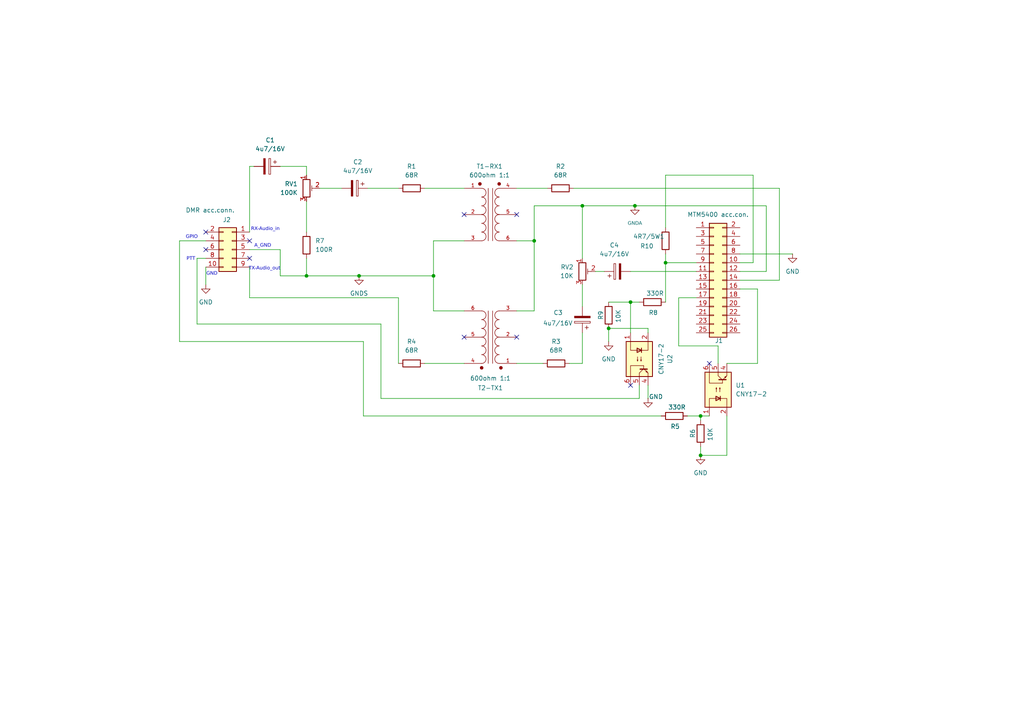
<source format=kicad_sch>
(kicad_sch
	(version 20250114)
	(generator "eeschema")
	(generator_version "9.0")
	(uuid "0b5bcfc9-342b-47d9-993d-ad045bad1b40")
	(paper "A4")
	(title_block
		(title "Gateway interface DMR radio to Tetra MTM5400")
		(date "05.1.2026")
		(rev "V 1.1")
		(company "Z32IT")
	)
	(lib_symbols
		(symbol "Connector_Generic:Conn_02x05_Odd_Even"
			(pin_names
				(offset 1.016)
				(hide yes)
			)
			(exclude_from_sim no)
			(in_bom yes)
			(on_board yes)
			(property "Reference" "J"
				(at 1.27 7.62 0)
				(effects
					(font
						(size 1.27 1.27)
					)
				)
			)
			(property "Value" "Conn_02x05_Odd_Even"
				(at 1.27 -7.62 0)
				(effects
					(font
						(size 1.27 1.27)
					)
				)
			)
			(property "Footprint" ""
				(at 0 0 0)
				(effects
					(font
						(size 1.27 1.27)
					)
					(hide yes)
				)
			)
			(property "Datasheet" "~"
				(at 0 0 0)
				(effects
					(font
						(size 1.27 1.27)
					)
					(hide yes)
				)
			)
			(property "Description" "Generic connector, double row, 02x05, odd/even pin numbering scheme (row 1 odd numbers, row 2 even numbers), script generated (kicad-library-utils/schlib/autogen/connector/)"
				(at 0 0 0)
				(effects
					(font
						(size 1.27 1.27)
					)
					(hide yes)
				)
			)
			(property "ki_keywords" "connector"
				(at 0 0 0)
				(effects
					(font
						(size 1.27 1.27)
					)
					(hide yes)
				)
			)
			(property "ki_fp_filters" "Connector*:*_2x??_*"
				(at 0 0 0)
				(effects
					(font
						(size 1.27 1.27)
					)
					(hide yes)
				)
			)
			(symbol "Conn_02x05_Odd_Even_1_1"
				(rectangle
					(start -1.27 6.35)
					(end 3.81 -6.35)
					(stroke
						(width 0.254)
						(type default)
					)
					(fill
						(type background)
					)
				)
				(rectangle
					(start -1.27 5.207)
					(end 0 4.953)
					(stroke
						(width 0.1524)
						(type default)
					)
					(fill
						(type none)
					)
				)
				(rectangle
					(start -1.27 2.667)
					(end 0 2.413)
					(stroke
						(width 0.1524)
						(type default)
					)
					(fill
						(type none)
					)
				)
				(rectangle
					(start -1.27 0.127)
					(end 0 -0.127)
					(stroke
						(width 0.1524)
						(type default)
					)
					(fill
						(type none)
					)
				)
				(rectangle
					(start -1.27 -2.413)
					(end 0 -2.667)
					(stroke
						(width 0.1524)
						(type default)
					)
					(fill
						(type none)
					)
				)
				(rectangle
					(start -1.27 -4.953)
					(end 0 -5.207)
					(stroke
						(width 0.1524)
						(type default)
					)
					(fill
						(type none)
					)
				)
				(rectangle
					(start 3.81 5.207)
					(end 2.54 4.953)
					(stroke
						(width 0.1524)
						(type default)
					)
					(fill
						(type none)
					)
				)
				(rectangle
					(start 3.81 2.667)
					(end 2.54 2.413)
					(stroke
						(width 0.1524)
						(type default)
					)
					(fill
						(type none)
					)
				)
				(rectangle
					(start 3.81 0.127)
					(end 2.54 -0.127)
					(stroke
						(width 0.1524)
						(type default)
					)
					(fill
						(type none)
					)
				)
				(rectangle
					(start 3.81 -2.413)
					(end 2.54 -2.667)
					(stroke
						(width 0.1524)
						(type default)
					)
					(fill
						(type none)
					)
				)
				(rectangle
					(start 3.81 -4.953)
					(end 2.54 -5.207)
					(stroke
						(width 0.1524)
						(type default)
					)
					(fill
						(type none)
					)
				)
				(pin passive line
					(at -5.08 5.08 0)
					(length 3.81)
					(name "Pin_1"
						(effects
							(font
								(size 1.27 1.27)
							)
						)
					)
					(number "1"
						(effects
							(font
								(size 1.27 1.27)
							)
						)
					)
				)
				(pin passive line
					(at -5.08 2.54 0)
					(length 3.81)
					(name "Pin_3"
						(effects
							(font
								(size 1.27 1.27)
							)
						)
					)
					(number "3"
						(effects
							(font
								(size 1.27 1.27)
							)
						)
					)
				)
				(pin passive line
					(at -5.08 0 0)
					(length 3.81)
					(name "Pin_5"
						(effects
							(font
								(size 1.27 1.27)
							)
						)
					)
					(number "5"
						(effects
							(font
								(size 1.27 1.27)
							)
						)
					)
				)
				(pin passive line
					(at -5.08 -2.54 0)
					(length 3.81)
					(name "Pin_7"
						(effects
							(font
								(size 1.27 1.27)
							)
						)
					)
					(number "7"
						(effects
							(font
								(size 1.27 1.27)
							)
						)
					)
				)
				(pin passive line
					(at -5.08 -5.08 0)
					(length 3.81)
					(name "Pin_9"
						(effects
							(font
								(size 1.27 1.27)
							)
						)
					)
					(number "9"
						(effects
							(font
								(size 1.27 1.27)
							)
						)
					)
				)
				(pin passive line
					(at 7.62 5.08 180)
					(length 3.81)
					(name "Pin_2"
						(effects
							(font
								(size 1.27 1.27)
							)
						)
					)
					(number "2"
						(effects
							(font
								(size 1.27 1.27)
							)
						)
					)
				)
				(pin passive line
					(at 7.62 2.54 180)
					(length 3.81)
					(name "Pin_4"
						(effects
							(font
								(size 1.27 1.27)
							)
						)
					)
					(number "4"
						(effects
							(font
								(size 1.27 1.27)
							)
						)
					)
				)
				(pin passive line
					(at 7.62 0 180)
					(length 3.81)
					(name "Pin_6"
						(effects
							(font
								(size 1.27 1.27)
							)
						)
					)
					(number "6"
						(effects
							(font
								(size 1.27 1.27)
							)
						)
					)
				)
				(pin passive line
					(at 7.62 -2.54 180)
					(length 3.81)
					(name "Pin_8"
						(effects
							(font
								(size 1.27 1.27)
							)
						)
					)
					(number "8"
						(effects
							(font
								(size 1.27 1.27)
							)
						)
					)
				)
				(pin passive line
					(at 7.62 -5.08 180)
					(length 3.81)
					(name "Pin_10"
						(effects
							(font
								(size 1.27 1.27)
							)
						)
					)
					(number "10"
						(effects
							(font
								(size 1.27 1.27)
							)
						)
					)
				)
			)
			(embedded_fonts no)
		)
		(symbol "Connector_Generic:MTM5400_acc"
			(pin_names
				(offset 1.016)
				(hide yes)
			)
			(exclude_from_sim no)
			(in_bom yes)
			(on_board yes)
			(property "Reference" "J"
				(at 1.27 17.78 0)
				(effects
					(font
						(size 1.27 1.27)
					)
				)
			)
			(property "Value" "MTM5400 acc.con."
				(at 1.27 -17.78 0)
				(effects
					(font
						(size 1.27 1.27)
					)
				)
			)
			(property "Footprint" ""
				(at 0 0 0)
				(effects
					(font
						(size 1.27 1.27)
					)
					(hide yes)
				)
			)
			(property "Datasheet" "~"
				(at 0 0 0)
				(effects
					(font
						(size 1.27 1.27)
					)
					(hide yes)
				)
			)
			(property "Description" "Generic connector, double row, 02x13, odd/even pin numbering scheme (row 1 odd numbers, row 2 even numbers), script generated (kicad-library-utils/schlib/autogen/connector/)"
				(at 0 0 0)
				(effects
					(font
						(size 1.27 1.27)
					)
					(hide yes)
				)
			)
			(property "ki_keywords" "connector"
				(at 0 0 0)
				(effects
					(font
						(size 1.27 1.27)
					)
					(hide yes)
				)
			)
			(property "ki_fp_filters" "Connector*:*_2x??_*"
				(at 0 0 0)
				(effects
					(font
						(size 1.27 1.27)
					)
					(hide yes)
				)
			)
			(symbol "MTM5400_acc_1_1"
				(rectangle
					(start -1.27 16.51)
					(end 3.81 -16.51)
					(stroke
						(width 0.254)
						(type default)
					)
					(fill
						(type background)
					)
				)
				(rectangle
					(start -1.27 15.367)
					(end 0 15.113)
					(stroke
						(width 0.1524)
						(type default)
					)
					(fill
						(type none)
					)
				)
				(rectangle
					(start -1.27 12.827)
					(end 0 12.573)
					(stroke
						(width 0.1524)
						(type default)
					)
					(fill
						(type none)
					)
				)
				(rectangle
					(start -1.27 10.287)
					(end 0 10.033)
					(stroke
						(width 0.1524)
						(type default)
					)
					(fill
						(type none)
					)
				)
				(rectangle
					(start -1.27 7.747)
					(end 0 7.493)
					(stroke
						(width 0.1524)
						(type default)
					)
					(fill
						(type none)
					)
				)
				(rectangle
					(start -1.27 5.207)
					(end 0 4.953)
					(stroke
						(width 0.1524)
						(type default)
					)
					(fill
						(type none)
					)
				)
				(rectangle
					(start -1.27 2.667)
					(end 0 2.413)
					(stroke
						(width 0.1524)
						(type default)
					)
					(fill
						(type none)
					)
				)
				(rectangle
					(start -1.27 0.127)
					(end 0 -0.127)
					(stroke
						(width 0.1524)
						(type default)
					)
					(fill
						(type none)
					)
				)
				(rectangle
					(start -1.27 -2.413)
					(end 0 -2.667)
					(stroke
						(width 0.1524)
						(type default)
					)
					(fill
						(type none)
					)
				)
				(rectangle
					(start -1.27 -4.953)
					(end 0 -5.207)
					(stroke
						(width 0.1524)
						(type default)
					)
					(fill
						(type none)
					)
				)
				(rectangle
					(start -1.27 -7.493)
					(end 0 -7.747)
					(stroke
						(width 0.1524)
						(type default)
					)
					(fill
						(type none)
					)
				)
				(rectangle
					(start -1.27 -10.033)
					(end 0 -10.287)
					(stroke
						(width 0.1524)
						(type default)
					)
					(fill
						(type none)
					)
				)
				(rectangle
					(start -1.27 -12.573)
					(end 0 -12.827)
					(stroke
						(width 0.1524)
						(type default)
					)
					(fill
						(type none)
					)
				)
				(rectangle
					(start -1.27 -15.113)
					(end 0 -15.367)
					(stroke
						(width 0.1524)
						(type default)
					)
					(fill
						(type none)
					)
				)
				(rectangle
					(start 3.81 15.367)
					(end 2.54 15.113)
					(stroke
						(width 0.1524)
						(type default)
					)
					(fill
						(type none)
					)
				)
				(rectangle
					(start 3.81 12.827)
					(end 2.54 12.573)
					(stroke
						(width 0.1524)
						(type default)
					)
					(fill
						(type none)
					)
				)
				(rectangle
					(start 3.81 10.287)
					(end 2.54 10.033)
					(stroke
						(width 0.1524)
						(type default)
					)
					(fill
						(type none)
					)
				)
				(rectangle
					(start 3.81 7.747)
					(end 2.54 7.493)
					(stroke
						(width 0.1524)
						(type default)
					)
					(fill
						(type none)
					)
				)
				(rectangle
					(start 3.81 5.207)
					(end 2.54 4.953)
					(stroke
						(width 0.1524)
						(type default)
					)
					(fill
						(type none)
					)
				)
				(rectangle
					(start 3.81 2.667)
					(end 2.54 2.413)
					(stroke
						(width 0.1524)
						(type default)
					)
					(fill
						(type none)
					)
				)
				(rectangle
					(start 3.81 0.127)
					(end 2.54 -0.127)
					(stroke
						(width 0.1524)
						(type default)
					)
					(fill
						(type none)
					)
				)
				(rectangle
					(start 3.81 -2.413)
					(end 2.54 -2.667)
					(stroke
						(width 0.1524)
						(type default)
					)
					(fill
						(type none)
					)
				)
				(rectangle
					(start 3.81 -4.953)
					(end 2.54 -5.207)
					(stroke
						(width 0.1524)
						(type default)
					)
					(fill
						(type none)
					)
				)
				(rectangle
					(start 3.81 -7.493)
					(end 2.54 -7.747)
					(stroke
						(width 0.1524)
						(type default)
					)
					(fill
						(type none)
					)
				)
				(rectangle
					(start 3.81 -10.033)
					(end 2.54 -10.287)
					(stroke
						(width 0.1524)
						(type default)
					)
					(fill
						(type none)
					)
				)
				(rectangle
					(start 3.81 -12.573)
					(end 2.54 -12.827)
					(stroke
						(width 0.1524)
						(type default)
					)
					(fill
						(type none)
					)
				)
				(rectangle
					(start 3.81 -15.113)
					(end 2.54 -15.367)
					(stroke
						(width 0.1524)
						(type default)
					)
					(fill
						(type none)
					)
				)
				(pin passive line
					(at -5.08 15.24 0)
					(length 3.81)
					(name "Pin_26"
						(effects
							(font
								(size 1.27 1.27)
							)
						)
					)
					(number "26"
						(effects
							(font
								(size 1.27 1.27)
							)
						)
					)
				)
				(pin passive line
					(at -5.08 12.7 0)
					(length 3.81)
					(name "CTS"
						(effects
							(font
								(size 1.27 1.27)
							)
						)
					)
					(number "24"
						(effects
							(font
								(size 1.27 1.27)
							)
						)
					)
				)
				(pin passive line
					(at -5.08 10.16 0)
					(length 3.81)
					(name "RXD"
						(effects
							(font
								(size 1.27 1.27)
							)
						)
					)
					(number "22"
						(effects
							(font
								(size 1.27 1.27)
							)
						)
					)
				)
				(pin passive line
					(at -5.08 7.62 0)
					(length 3.81)
					(name "TXD"
						(effects
							(font
								(size 1.27 1.27)
							)
						)
					)
					(number "20"
						(effects
							(font
								(size 1.27 1.27)
							)
						)
					)
				)
				(pin passive line
					(at -5.08 5.08 0)
					(length 3.81)
					(name "Pin_18"
						(effects
							(font
								(size 1.27 1.27)
							)
						)
					)
					(number "18"
						(effects
							(font
								(size 1.27 1.27)
							)
						)
					)
				)
				(pin passive line
					(at -5.08 2.54 0)
					(length 3.81)
					(name "GND_MIC"
						(effects
							(font
								(size 1.27 1.27)
							)
						)
					)
					(number "16"
						(effects
							(font
								(size 1.27 1.27)
							)
						)
					)
				)
				(pin passive line
					(at -5.08 0 0)
					(length 3.81)
					(name "RX_Audio"
						(effects
							(font
								(size 1.27 1.27)
							)
						)
					)
					(number "14"
						(effects
							(font
								(size 1.27 1.27)
							)
						)
					)
				)
				(pin passive line
					(at -5.08 -2.54 0)
					(length 3.81)
					(name "GND_A"
						(effects
							(font
								(size 1.27 1.27)
							)
						)
					)
					(number "12"
						(effects
							(font
								(size 1.27 1.27)
							)
						)
					)
				)
				(pin passive line
					(at -5.08 -5.08 0)
					(length 3.81)
					(name "Pin_10"
						(effects
							(font
								(size 1.27 1.27)
							)
						)
					)
					(number "10"
						(effects
							(font
								(size 1.27 1.27)
							)
						)
					)
				)
				(pin passive line
					(at -5.08 -7.62 0)
					(length 3.81)
					(name "GND"
						(effects
							(font
								(size 1.27 1.27)
							)
						)
					)
					(number "8"
						(effects
							(font
								(size 1.27 1.27)
							)
						)
					)
				)
				(pin passive line
					(at -5.08 -10.16 0)
					(length 3.81)
					(name "Pin_6"
						(effects
							(font
								(size 1.27 1.27)
							)
						)
					)
					(number "6"
						(effects
							(font
								(size 1.27 1.27)
							)
						)
					)
				)
				(pin passive line
					(at -5.08 -12.7 0)
					(length 3.81)
					(name "Pin_4"
						(effects
							(font
								(size 1.27 1.27)
							)
						)
					)
					(number "4"
						(effects
							(font
								(size 1.27 1.27)
							)
						)
					)
				)
				(pin passive line
					(at -5.08 -15.24 0)
					(length 3.81)
					(name "Pin_2"
						(effects
							(font
								(size 1.27 1.27)
							)
						)
					)
					(number "2"
						(effects
							(font
								(size 1.27 1.27)
							)
						)
					)
				)
				(pin passive line
					(at 7.62 15.24 180)
					(length 3.81)
					(name "Pin_25"
						(effects
							(font
								(size 1.27 1.27)
							)
						)
					)
					(number "25"
						(effects
							(font
								(size 1.27 1.27)
							)
						)
					)
				)
				(pin passive line
					(at 7.62 12.7 180)
					(length 3.81)
					(name "Pin_23"
						(effects
							(font
								(size 1.27 1.27)
							)
						)
					)
					(number "23"
						(effects
							(font
								(size 1.27 1.27)
							)
						)
					)
				)
				(pin passive line
					(at 7.62 10.16 180)
					(length 3.81)
					(name "Pin_21"
						(effects
							(font
								(size 1.27 1.27)
							)
						)
					)
					(number "21"
						(effects
							(font
								(size 1.27 1.27)
							)
						)
					)
				)
				(pin passive line
					(at 7.62 7.62 180)
					(length 3.81)
					(name "Pin_19"
						(effects
							(font
								(size 1.27 1.27)
							)
						)
					)
					(number "19"
						(effects
							(font
								(size 1.27 1.27)
							)
						)
					)
				)
				(pin passive line
					(at 7.62 5.08 180)
					(length 3.81)
					(name "PTT"
						(effects
							(font
								(size 1.27 1.27)
							)
						)
					)
					(number "17"
						(effects
							(font
								(size 1.27 1.27)
							)
						)
					)
				)
				(pin passive line
					(at 7.62 2.54 180)
					(length 3.81)
					(name "Pin_15"
						(effects
							(font
								(size 1.27 1.27)
							)
						)
					)
					(number "15"
						(effects
							(font
								(size 1.27 1.27)
							)
						)
					)
				)
				(pin passive line
					(at 7.62 0 180)
					(length 3.81)
					(name "EXT_MIC"
						(effects
							(font
								(size 1.27 1.27)
							)
						)
					)
					(number "13"
						(effects
							(font
								(size 1.27 1.27)
							)
						)
					)
				)
				(pin passive line
					(at 7.62 -2.54 180)
					(length 3.81)
					(name "TX_Audio"
						(effects
							(font
								(size 1.27 1.27)
							)
						)
					)
					(number "11"
						(effects
							(font
								(size 1.27 1.27)
							)
						)
					)
				)
				(pin passive line
					(at 7.62 -5.08 180)
					(length 3.81)
					(name "Pin_9"
						(effects
							(font
								(size 1.27 1.27)
							)
						)
					)
					(number "9"
						(effects
							(font
								(size 1.27 1.27)
							)
						)
					)
				)
				(pin passive line
					(at 7.62 -7.62 180)
					(length 3.81)
					(name "Pin_7"
						(effects
							(font
								(size 1.27 1.27)
							)
						)
					)
					(number "7"
						(effects
							(font
								(size 1.27 1.27)
							)
						)
					)
				)
				(pin passive line
					(at 7.62 -10.16 180)
					(length 3.81)
					(name "Pin_5"
						(effects
							(font
								(size 1.27 1.27)
							)
						)
					)
					(number "5"
						(effects
							(font
								(size 1.27 1.27)
							)
						)
					)
				)
				(pin passive line
					(at 7.62 -12.7 180)
					(length 3.81)
					(name "Pin_3"
						(effects
							(font
								(size 1.27 1.27)
							)
						)
					)
					(number "3"
						(effects
							(font
								(size 1.27 1.27)
							)
						)
					)
				)
				(pin passive line
					(at 7.62 -15.24 180)
					(length 3.81)
					(name "Pin_1"
						(effects
							(font
								(size 1.27 1.27)
							)
						)
					)
					(number "1"
						(effects
							(font
								(size 1.27 1.27)
							)
						)
					)
				)
			)
			(embedded_fonts no)
		)
		(symbol "Device:C_Polarized"
			(pin_numbers
				(hide yes)
			)
			(pin_names
				(offset 0.254)
			)
			(exclude_from_sim no)
			(in_bom yes)
			(on_board yes)
			(property "Reference" "C"
				(at 0.635 2.54 0)
				(effects
					(font
						(size 1.27 1.27)
					)
					(justify left)
				)
			)
			(property "Value" "C_Polarized"
				(at 0.635 -2.54 0)
				(effects
					(font
						(size 1.27 1.27)
					)
					(justify left)
				)
			)
			(property "Footprint" ""
				(at 0.9652 -3.81 0)
				(effects
					(font
						(size 1.27 1.27)
					)
					(hide yes)
				)
			)
			(property "Datasheet" "~"
				(at 0 0 0)
				(effects
					(font
						(size 1.27 1.27)
					)
					(hide yes)
				)
			)
			(property "Description" "Polarized capacitor"
				(at 0 0 0)
				(effects
					(font
						(size 1.27 1.27)
					)
					(hide yes)
				)
			)
			(property "ki_keywords" "cap capacitor"
				(at 0 0 0)
				(effects
					(font
						(size 1.27 1.27)
					)
					(hide yes)
				)
			)
			(property "ki_fp_filters" "CP_*"
				(at 0 0 0)
				(effects
					(font
						(size 1.27 1.27)
					)
					(hide yes)
				)
			)
			(symbol "C_Polarized_0_1"
				(rectangle
					(start -2.286 0.508)
					(end 2.286 1.016)
					(stroke
						(width 0)
						(type default)
					)
					(fill
						(type none)
					)
				)
				(polyline
					(pts
						(xy -1.778 2.286) (xy -0.762 2.286)
					)
					(stroke
						(width 0)
						(type default)
					)
					(fill
						(type none)
					)
				)
				(polyline
					(pts
						(xy -1.27 2.794) (xy -1.27 1.778)
					)
					(stroke
						(width 0)
						(type default)
					)
					(fill
						(type none)
					)
				)
				(rectangle
					(start 2.286 -0.508)
					(end -2.286 -1.016)
					(stroke
						(width 0)
						(type default)
					)
					(fill
						(type outline)
					)
				)
			)
			(symbol "C_Polarized_1_1"
				(pin passive line
					(at 0 3.81 270)
					(length 2.794)
					(name "~"
						(effects
							(font
								(size 1.27 1.27)
							)
						)
					)
					(number "1"
						(effects
							(font
								(size 1.27 1.27)
							)
						)
					)
				)
				(pin passive line
					(at 0 -3.81 90)
					(length 2.794)
					(name "~"
						(effects
							(font
								(size 1.27 1.27)
							)
						)
					)
					(number "2"
						(effects
							(font
								(size 1.27 1.27)
							)
						)
					)
				)
			)
			(embedded_fonts no)
		)
		(symbol "Device:R"
			(pin_numbers
				(hide yes)
			)
			(pin_names
				(offset 0)
			)
			(exclude_from_sim no)
			(in_bom yes)
			(on_board yes)
			(property "Reference" "R"
				(at 2.032 0 90)
				(effects
					(font
						(size 1.27 1.27)
					)
				)
			)
			(property "Value" "R"
				(at 0 0 90)
				(effects
					(font
						(size 1.27 1.27)
					)
				)
			)
			(property "Footprint" ""
				(at -1.778 0 90)
				(effects
					(font
						(size 1.27 1.27)
					)
					(hide yes)
				)
			)
			(property "Datasheet" "~"
				(at 0 0 0)
				(effects
					(font
						(size 1.27 1.27)
					)
					(hide yes)
				)
			)
			(property "Description" "Resistor"
				(at 0 0 0)
				(effects
					(font
						(size 1.27 1.27)
					)
					(hide yes)
				)
			)
			(property "ki_keywords" "R res resistor"
				(at 0 0 0)
				(effects
					(font
						(size 1.27 1.27)
					)
					(hide yes)
				)
			)
			(property "ki_fp_filters" "R_*"
				(at 0 0 0)
				(effects
					(font
						(size 1.27 1.27)
					)
					(hide yes)
				)
			)
			(symbol "R_0_1"
				(rectangle
					(start -1.016 -2.54)
					(end 1.016 2.54)
					(stroke
						(width 0.254)
						(type default)
					)
					(fill
						(type none)
					)
				)
			)
			(symbol "R_1_1"
				(pin passive line
					(at 0 3.81 270)
					(length 1.27)
					(name "~"
						(effects
							(font
								(size 1.27 1.27)
							)
						)
					)
					(number "1"
						(effects
							(font
								(size 1.27 1.27)
							)
						)
					)
				)
				(pin passive line
					(at 0 -3.81 90)
					(length 1.27)
					(name "~"
						(effects
							(font
								(size 1.27 1.27)
							)
						)
					)
					(number "2"
						(effects
							(font
								(size 1.27 1.27)
							)
						)
					)
				)
			)
			(embedded_fonts no)
		)
		(symbol "Device:R_Potentiometer_Trim"
			(pin_names
				(offset 1.016)
				(hide yes)
			)
			(exclude_from_sim no)
			(in_bom yes)
			(on_board yes)
			(property "Reference" "RV"
				(at -4.445 0 90)
				(effects
					(font
						(size 1.27 1.27)
					)
				)
			)
			(property "Value" "R_Potentiometer_Trim"
				(at -2.54 0 90)
				(effects
					(font
						(size 1.27 1.27)
					)
				)
			)
			(property "Footprint" ""
				(at 0 0 0)
				(effects
					(font
						(size 1.27 1.27)
					)
					(hide yes)
				)
			)
			(property "Datasheet" "~"
				(at 0 0 0)
				(effects
					(font
						(size 1.27 1.27)
					)
					(hide yes)
				)
			)
			(property "Description" "Trim-potentiometer"
				(at 0 0 0)
				(effects
					(font
						(size 1.27 1.27)
					)
					(hide yes)
				)
			)
			(property "ki_keywords" "resistor variable trimpot trimmer"
				(at 0 0 0)
				(effects
					(font
						(size 1.27 1.27)
					)
					(hide yes)
				)
			)
			(property "ki_fp_filters" "Potentiometer*"
				(at 0 0 0)
				(effects
					(font
						(size 1.27 1.27)
					)
					(hide yes)
				)
			)
			(symbol "R_Potentiometer_Trim_0_1"
				(rectangle
					(start 1.016 2.54)
					(end -1.016 -2.54)
					(stroke
						(width 0.254)
						(type default)
					)
					(fill
						(type none)
					)
				)
				(polyline
					(pts
						(xy 1.524 0.762) (xy 1.524 -0.762)
					)
					(stroke
						(width 0)
						(type default)
					)
					(fill
						(type none)
					)
				)
				(polyline
					(pts
						(xy 2.54 0) (xy 1.524 0)
					)
					(stroke
						(width 0)
						(type default)
					)
					(fill
						(type none)
					)
				)
			)
			(symbol "R_Potentiometer_Trim_1_1"
				(pin passive line
					(at 0 3.81 270)
					(length 1.27)
					(name "1"
						(effects
							(font
								(size 1.27 1.27)
							)
						)
					)
					(number "1"
						(effects
							(font
								(size 1.27 1.27)
							)
						)
					)
				)
				(pin passive line
					(at 0 -3.81 90)
					(length 1.27)
					(name "3"
						(effects
							(font
								(size 1.27 1.27)
							)
						)
					)
					(number "3"
						(effects
							(font
								(size 1.27 1.27)
							)
						)
					)
				)
				(pin passive line
					(at 3.81 0 180)
					(length 1.27)
					(name "2"
						(effects
							(font
								(size 1.27 1.27)
							)
						)
					)
					(number "2"
						(effects
							(font
								(size 1.27 1.27)
							)
						)
					)
				)
			)
			(embedded_fonts no)
		)
		(symbol "Isolator:CNY17-2"
			(pin_names
				(offset 1.016)
			)
			(exclude_from_sim no)
			(in_bom yes)
			(on_board yes)
			(property "Reference" "U"
				(at -5.08 5.08 0)
				(effects
					(font
						(size 1.27 1.27)
					)
					(justify left)
				)
			)
			(property "Value" "CNY17-2"
				(at 0 5.08 0)
				(effects
					(font
						(size 1.27 1.27)
					)
					(justify left)
				)
			)
			(property "Footprint" ""
				(at 0 0 0)
				(effects
					(font
						(size 1.27 1.27)
					)
					(justify left)
					(hide yes)
				)
			)
			(property "Datasheet" "http://www.vishay.com/docs/83606/cny17.pdf"
				(at 0 0 0)
				(effects
					(font
						(size 1.27 1.27)
					)
					(justify left)
					(hide yes)
				)
			)
			(property "Description" "DC Optocoupler Base Connected, Vce 70V, CTR 63-125%, Viso 5000V (RMS), DIP6"
				(at 0 0 0)
				(effects
					(font
						(size 1.27 1.27)
					)
					(hide yes)
				)
			)
			(property "ki_keywords" "NPN DC Optocoupler Base Connected"
				(at 0 0 0)
				(effects
					(font
						(size 1.27 1.27)
					)
					(hide yes)
				)
			)
			(property "ki_fp_filters" "DIP*W7.62mm* DIP*W10.16mm* SMDIP*W9.53mm*"
				(at 0 0 0)
				(effects
					(font
						(size 1.27 1.27)
					)
					(hide yes)
				)
			)
			(symbol "CNY17-2_0_1"
				(rectangle
					(start -5.08 3.81)
					(end 5.08 -3.81)
					(stroke
						(width 0.254)
						(type default)
					)
					(fill
						(type background)
					)
				)
				(polyline
					(pts
						(xy -5.08 2.54) (xy -2.54 2.54) (xy -2.54 -0.762)
					)
					(stroke
						(width 0)
						(type default)
					)
					(fill
						(type none)
					)
				)
				(polyline
					(pts
						(xy -3.175 -0.635) (xy -1.905 -0.635)
					)
					(stroke
						(width 0.254)
						(type default)
					)
					(fill
						(type none)
					)
				)
				(polyline
					(pts
						(xy -2.54 -0.635) (xy -2.54 -2.54) (xy -5.08 -2.54)
					)
					(stroke
						(width 0)
						(type default)
					)
					(fill
						(type none)
					)
				)
				(polyline
					(pts
						(xy -2.54 -0.635) (xy -3.175 0.635) (xy -1.905 0.635) (xy -2.54 -0.635)
					)
					(stroke
						(width 0.254)
						(type default)
					)
					(fill
						(type none)
					)
				)
				(polyline
					(pts
						(xy -0.635 0.508) (xy 0.635 0.508) (xy 0.254 0.381) (xy 0.254 0.635) (xy 0.635 0.508)
					)
					(stroke
						(width 0)
						(type default)
					)
					(fill
						(type none)
					)
				)
				(polyline
					(pts
						(xy -0.635 -0.508) (xy 0.635 -0.508) (xy 0.254 -0.635) (xy 0.254 -0.381) (xy 0.635 -0.508)
					)
					(stroke
						(width 0)
						(type default)
					)
					(fill
						(type none)
					)
				)
				(polyline
					(pts
						(xy 1.905 -1.27) (xy 1.905 2.54) (xy 5.08 2.54)
					)
					(stroke
						(width 0)
						(type default)
					)
					(fill
						(type none)
					)
				)
				(polyline
					(pts
						(xy 2.921 -0.254) (xy 2.921 -2.286) (xy 2.921 -2.286)
					)
					(stroke
						(width 0.3556)
						(type default)
					)
					(fill
						(type none)
					)
				)
				(polyline
					(pts
						(xy 2.921 -1.143) (xy 4.064 0)
					)
					(stroke
						(width 0)
						(type default)
					)
					(fill
						(type none)
					)
				)
				(polyline
					(pts
						(xy 2.921 -1.27) (xy 1.905 -1.27)
					)
					(stroke
						(width 0)
						(type default)
					)
					(fill
						(type none)
					)
				)
				(polyline
					(pts
						(xy 2.921 -1.397) (xy 4.064 -2.54)
					)
					(stroke
						(width 0)
						(type default)
					)
					(fill
						(type none)
					)
				)
				(polyline
					(pts
						(xy 3.937 -2.413) (xy 3.683 -1.905) (xy 3.429 -2.159) (xy 3.937 -2.413)
					)
					(stroke
						(width 0)
						(type default)
					)
					(fill
						(type none)
					)
				)
				(polyline
					(pts
						(xy 4.064 -2.54) (xy 5.08 -2.54)
					)
					(stroke
						(width 0)
						(type default)
					)
					(fill
						(type none)
					)
				)
				(polyline
					(pts
						(xy 5.08 0) (xy 4.064 0)
					)
					(stroke
						(width 0)
						(type default)
					)
					(fill
						(type none)
					)
				)
			)
			(symbol "CNY17-2_1_1"
				(pin passive line
					(at -7.62 2.54 0)
					(length 2.54)
					(name "~"
						(effects
							(font
								(size 1.27 1.27)
							)
						)
					)
					(number "1"
						(effects
							(font
								(size 1.27 1.27)
							)
						)
					)
				)
				(pin passive line
					(at -7.62 -2.54 0)
					(length 2.54)
					(name "~"
						(effects
							(font
								(size 1.27 1.27)
							)
						)
					)
					(number "2"
						(effects
							(font
								(size 1.27 1.27)
							)
						)
					)
				)
				(pin no_connect line
					(at -5.08 0 0)
					(length 2.54)
					(hide yes)
					(name "NC"
						(effects
							(font
								(size 1.27 1.27)
							)
						)
					)
					(number "3"
						(effects
							(font
								(size 1.27 1.27)
							)
						)
					)
				)
				(pin passive line
					(at 7.62 2.54 180)
					(length 2.54)
					(name "~"
						(effects
							(font
								(size 1.27 1.27)
							)
						)
					)
					(number "6"
						(effects
							(font
								(size 1.27 1.27)
							)
						)
					)
				)
				(pin passive line
					(at 7.62 0 180)
					(length 2.54)
					(name "~"
						(effects
							(font
								(size 1.27 1.27)
							)
						)
					)
					(number "5"
						(effects
							(font
								(size 1.27 1.27)
							)
						)
					)
				)
				(pin passive line
					(at 7.62 -2.54 180)
					(length 2.54)
					(name "~"
						(effects
							(font
								(size 1.27 1.27)
							)
						)
					)
					(number "4"
						(effects
							(font
								(size 1.27 1.27)
							)
						)
					)
				)
			)
			(embedded_fonts no)
		)
		(symbol "TY-145P:TY-145P"
			(pin_names
				(offset 1.016)
			)
			(exclude_from_sim no)
			(in_bom yes)
			(on_board yes)
			(property "Reference" "T"
				(at -5.0839 10.1679 0)
				(effects
					(font
						(size 1.27 1.27)
					)
					(justify left bottom)
				)
			)
			(property "Value" "TY-145P"
				(at -5.0814 -10.1627 0)
				(effects
					(font
						(size 1.27 1.27)
					)
					(justify left bottom)
				)
			)
			(property "Footprint" "TY-145P:XFMR_TY-145P"
				(at 0 0 0)
				(effects
					(font
						(size 1.27 1.27)
					)
					(justify bottom)
					(hide yes)
				)
			)
			(property "Datasheet" ""
				(at 0 0 0)
				(effects
					(font
						(size 1.27 1.27)
					)
					(hide yes)
				)
			)
			(property "Description" ""
				(at 0 0 0)
				(effects
					(font
						(size 1.27 1.27)
					)
					(hide yes)
				)
			)
			(property "MF" "Triad Magnetics"
				(at 0 0 0)
				(effects
					(font
						(size 1.27 1.27)
					)
					(justify bottom)
					(hide yes)
				)
			)
			(property "Description_1" "Transformer Audio 100mW 600(C.T.)Ohm Primary 600(C.T.)Ohm Secondary 200Hz-15kHz | Triad Magnetics TY-145P"
				(at 0 0 0)
				(effects
					(font
						(size 1.27 1.27)
					)
					(justify bottom)
					(hide yes)
				)
			)
			(property "Package" "None"
				(at 0 0 0)
				(effects
					(font
						(size 1.27 1.27)
					)
					(justify bottom)
					(hide yes)
				)
			)
			(property "Price" "None"
				(at 0 0 0)
				(effects
					(font
						(size 1.27 1.27)
					)
					(justify bottom)
					(hide yes)
				)
			)
			(property "Check_prices" "https://www.snapeda.com/parts/TY-145P/Triad+Magnetics/view-part/?ref=eda"
				(at 0 0 0)
				(effects
					(font
						(size 1.27 1.27)
					)
					(justify bottom)
					(hide yes)
				)
			)
			(property "STANDARD" "Manufacturer Recommendations"
				(at 0 0 0)
				(effects
					(font
						(size 1.27 1.27)
					)
					(justify bottom)
					(hide yes)
				)
			)
			(property "PARTREV" "2016"
				(at 0 0 0)
				(effects
					(font
						(size 1.27 1.27)
					)
					(justify bottom)
					(hide yes)
				)
			)
			(property "SnapEDA_Link" "https://www.snapeda.com/parts/TY-145P/Triad+Magnetics/view-part/?ref=snap"
				(at 0 0 0)
				(effects
					(font
						(size 1.27 1.27)
					)
					(justify bottom)
					(hide yes)
				)
			)
			(property "MP" "TY-145P"
				(at 0 0 0)
				(effects
					(font
						(size 1.27 1.27)
					)
					(justify bottom)
					(hide yes)
				)
			)
			(property "Purchase-URL" "https://www.snapeda.com/api/url_track_click_mouser/?unipart_id=117360&manufacturer=Triad Magnetics&part_name=TY-145P&search_term=None"
				(at 0 0 0)
				(effects
					(font
						(size 1.27 1.27)
					)
					(justify bottom)
					(hide yes)
				)
			)
			(property "Availability" "In Stock"
				(at 0 0 0)
				(effects
					(font
						(size 1.27 1.27)
					)
					(justify bottom)
					(hide yes)
				)
			)
			(property "MANUFACTURER" "Triad Magnetics"
				(at 0 0 0)
				(effects
					(font
						(size 1.27 1.27)
					)
					(justify bottom)
					(hide yes)
				)
			)
			(symbol "TY-145P_0_0"
				(circle
					(center -3.048 8.89)
					(radius 0.254)
					(stroke
						(width 0.508)
						(type default)
					)
					(fill
						(type none)
					)
				)
				(arc
					(start -2.54 7.62)
					(mid -1.2755 6.35)
					(end -2.54 5.08)
					(stroke
						(width 0.1524)
						(type default)
					)
					(fill
						(type none)
					)
				)
				(arc
					(start -2.54 5.08)
					(mid -1.2755 3.81)
					(end -2.54 2.54)
					(stroke
						(width 0.1524)
						(type default)
					)
					(fill
						(type none)
					)
				)
				(arc
					(start -2.54 2.54)
					(mid -1.2755 1.27)
					(end -2.54 0)
					(stroke
						(width 0.1524)
						(type default)
					)
					(fill
						(type none)
					)
				)
				(arc
					(start -2.54 0)
					(mid -1.2755 -1.27)
					(end -2.54 -2.54)
					(stroke
						(width 0.1524)
						(type default)
					)
					(fill
						(type none)
					)
				)
				(arc
					(start -2.54 -2.54)
					(mid -1.2755 -3.81)
					(end -2.54 -5.08)
					(stroke
						(width 0.1524)
						(type default)
					)
					(fill
						(type none)
					)
				)
				(arc
					(start -2.54 -5.08)
					(mid -1.2755 -6.35)
					(end -2.54 -7.62)
					(stroke
						(width 0.1524)
						(type default)
					)
					(fill
						(type none)
					)
				)
				(polyline
					(pts
						(xy -0.635 7.62) (xy -0.635 -7.62)
					)
					(stroke
						(width 0.1524)
						(type default)
					)
					(fill
						(type none)
					)
				)
				(polyline
					(pts
						(xy 0.635 7.62) (xy 0.635 -7.62)
					)
					(stroke
						(width 0.1524)
						(type default)
					)
					(fill
						(type none)
					)
				)
				(circle
					(center 2.54 8.89)
					(radius 0.254)
					(stroke
						(width 0.508)
						(type default)
					)
					(fill
						(type none)
					)
				)
				(arc
					(start 2.54 5.08)
					(mid 1.2755 6.35)
					(end 2.54 7.62)
					(stroke
						(width 0.1524)
						(type default)
					)
					(fill
						(type none)
					)
				)
				(arc
					(start 2.54 2.54)
					(mid 1.2755 3.81)
					(end 2.54 5.08)
					(stroke
						(width 0.1524)
						(type default)
					)
					(fill
						(type none)
					)
				)
				(arc
					(start 2.54 0)
					(mid 1.2755 1.27)
					(end 2.54 2.54)
					(stroke
						(width 0.1524)
						(type default)
					)
					(fill
						(type none)
					)
				)
				(arc
					(start 2.54 -2.54)
					(mid 1.2755 -1.27)
					(end 2.54 0)
					(stroke
						(width 0.1524)
						(type default)
					)
					(fill
						(type none)
					)
				)
				(arc
					(start 2.54 -5.08)
					(mid 1.2755 -3.81)
					(end 2.54 -2.54)
					(stroke
						(width 0.1524)
						(type default)
					)
					(fill
						(type none)
					)
				)
				(arc
					(start 2.54 -7.62)
					(mid 1.2755 -6.35)
					(end 2.54 -5.08)
					(stroke
						(width 0.1524)
						(type default)
					)
					(fill
						(type none)
					)
				)
				(pin passive line
					(at -7.62 7.62 0)
					(length 5.08)
					(name "~"
						(effects
							(font
								(size 1.016 1.016)
							)
						)
					)
					(number "1"
						(effects
							(font
								(size 1.016 1.016)
							)
						)
					)
				)
				(pin passive line
					(at -7.62 0 0)
					(length 5.08)
					(name "~"
						(effects
							(font
								(size 1.016 1.016)
							)
						)
					)
					(number "2"
						(effects
							(font
								(size 1.016 1.016)
							)
						)
					)
				)
				(pin passive line
					(at -7.62 -7.62 0)
					(length 5.08)
					(name "~"
						(effects
							(font
								(size 1.016 1.016)
							)
						)
					)
					(number "3"
						(effects
							(font
								(size 1.016 1.016)
							)
						)
					)
				)
				(pin passive line
					(at 7.62 7.62 180)
					(length 5.08)
					(name "~"
						(effects
							(font
								(size 1.016 1.016)
							)
						)
					)
					(number "4"
						(effects
							(font
								(size 1.016 1.016)
							)
						)
					)
				)
				(pin passive line
					(at 7.62 0 180)
					(length 5.08)
					(name "~"
						(effects
							(font
								(size 1.016 1.016)
							)
						)
					)
					(number "5"
						(effects
							(font
								(size 1.016 1.016)
							)
						)
					)
				)
				(pin passive line
					(at 7.62 -7.62 180)
					(length 5.08)
					(name "~"
						(effects
							(font
								(size 1.016 1.016)
							)
						)
					)
					(number "6"
						(effects
							(font
								(size 1.016 1.016)
							)
						)
					)
				)
			)
			(embedded_fonts no)
		)
		(symbol "power:GND"
			(power)
			(pin_numbers
				(hide yes)
			)
			(pin_names
				(offset 0)
				(hide yes)
			)
			(exclude_from_sim no)
			(in_bom yes)
			(on_board yes)
			(property "Reference" "#PWR"
				(at 0 -6.35 0)
				(effects
					(font
						(size 1.27 1.27)
					)
					(hide yes)
				)
			)
			(property "Value" "GND"
				(at 0 -3.81 0)
				(effects
					(font
						(size 1.27 1.27)
					)
				)
			)
			(property "Footprint" ""
				(at 0 0 0)
				(effects
					(font
						(size 1.27 1.27)
					)
					(hide yes)
				)
			)
			(property "Datasheet" ""
				(at 0 0 0)
				(effects
					(font
						(size 1.27 1.27)
					)
					(hide yes)
				)
			)
			(property "Description" "Power symbol creates a global label with name \"GND\" , ground"
				(at 0 0 0)
				(effects
					(font
						(size 1.27 1.27)
					)
					(hide yes)
				)
			)
			(property "ki_keywords" "global power"
				(at 0 0 0)
				(effects
					(font
						(size 1.27 1.27)
					)
					(hide yes)
				)
			)
			(symbol "GND_0_1"
				(polyline
					(pts
						(xy 0 0) (xy 0 -1.27) (xy 1.27 -1.27) (xy 0 -2.54) (xy -1.27 -1.27) (xy 0 -1.27)
					)
					(stroke
						(width 0)
						(type default)
					)
					(fill
						(type none)
					)
				)
			)
			(symbol "GND_1_1"
				(pin power_in line
					(at 0 0 270)
					(length 0)
					(name "~"
						(effects
							(font
								(size 1.27 1.27)
							)
						)
					)
					(number "1"
						(effects
							(font
								(size 1.27 1.27)
							)
						)
					)
				)
			)
			(embedded_fonts no)
		)
		(symbol "power:GNDA"
			(power)
			(pin_numbers
				(hide yes)
			)
			(pin_names
				(offset 0)
				(hide yes)
			)
			(exclude_from_sim no)
			(in_bom yes)
			(on_board yes)
			(property "Reference" "#PWR"
				(at 0 -6.35 0)
				(effects
					(font
						(size 1.27 1.27)
					)
					(hide yes)
				)
			)
			(property "Value" "GNDA"
				(at 0 -3.81 0)
				(effects
					(font
						(size 1.27 1.27)
					)
				)
			)
			(property "Footprint" ""
				(at 0 0 0)
				(effects
					(font
						(size 1.27 1.27)
					)
					(hide yes)
				)
			)
			(property "Datasheet" ""
				(at 0 0 0)
				(effects
					(font
						(size 1.27 1.27)
					)
					(hide yes)
				)
			)
			(property "Description" "Power symbol creates a global label with name \"GNDA\" , analog ground"
				(at 0 0 0)
				(effects
					(font
						(size 1.27 1.27)
					)
					(hide yes)
				)
			)
			(property "ki_keywords" "global power"
				(at 0 0 0)
				(effects
					(font
						(size 1.27 1.27)
					)
					(hide yes)
				)
			)
			(symbol "GNDA_0_1"
				(polyline
					(pts
						(xy 0 0) (xy 0 -1.27) (xy 1.27 -1.27) (xy 0 -2.54) (xy -1.27 -1.27) (xy 0 -1.27)
					)
					(stroke
						(width 0)
						(type default)
					)
					(fill
						(type none)
					)
				)
			)
			(symbol "GNDA_1_1"
				(pin power_in line
					(at 0 0 270)
					(length 0)
					(name "~"
						(effects
							(font
								(size 1.27 1.27)
							)
						)
					)
					(number "1"
						(effects
							(font
								(size 1.27 1.27)
							)
						)
					)
				)
			)
			(embedded_fonts no)
		)
		(symbol "power:GNDS"
			(power)
			(pin_numbers
				(hide yes)
			)
			(pin_names
				(offset 0)
				(hide yes)
			)
			(exclude_from_sim no)
			(in_bom yes)
			(on_board yes)
			(property "Reference" "#PWR"
				(at 0 -6.35 0)
				(effects
					(font
						(size 1.27 1.27)
					)
					(hide yes)
				)
			)
			(property "Value" "GNDS"
				(at 0 -3.81 0)
				(effects
					(font
						(size 1.27 1.27)
					)
				)
			)
			(property "Footprint" ""
				(at 0 0 0)
				(effects
					(font
						(size 1.27 1.27)
					)
					(hide yes)
				)
			)
			(property "Datasheet" ""
				(at 0 0 0)
				(effects
					(font
						(size 1.27 1.27)
					)
					(hide yes)
				)
			)
			(property "Description" "Power symbol creates a global label with name \"GNDS\" , signal ground"
				(at 0 0 0)
				(effects
					(font
						(size 1.27 1.27)
					)
					(hide yes)
				)
			)
			(property "ki_keywords" "global power"
				(at 0 0 0)
				(effects
					(font
						(size 1.27 1.27)
					)
					(hide yes)
				)
			)
			(symbol "GNDS_0_1"
				(polyline
					(pts
						(xy 0 0) (xy 0 -1.27) (xy 1.27 -1.27) (xy 0 -2.54) (xy -1.27 -1.27) (xy 0 -1.27)
					)
					(stroke
						(width 0)
						(type default)
					)
					(fill
						(type none)
					)
				)
			)
			(symbol "GNDS_1_1"
				(pin power_in line
					(at 0 0 270)
					(length 0)
					(name "~"
						(effects
							(font
								(size 1.27 1.27)
							)
						)
					)
					(number "1"
						(effects
							(font
								(size 1.27 1.27)
							)
						)
					)
				)
			)
			(embedded_fonts no)
		)
	)
	(text "PTT"
		(exclude_from_sim no)
		(at 55.372 75.438 0)
		(effects
			(font
				(face "Arial")
				(size 1 1)
			)
		)
		(uuid "2f430be1-3560-4dc4-829f-d10df915a93a")
	)
	(text "GND"
		(exclude_from_sim no)
		(at 61.468 79.756 0)
		(effects
			(font
				(face "Arial")
				(size 1 1)
			)
		)
		(uuid "3e893b6d-3794-4de0-b0d6-83d0731df75a")
	)
	(text "TX-Audio_out"
		(exclude_from_sim no)
		(at 76.708 78.232 0)
		(effects
			(font
				(face "Arial")
				(size 1 1)
			)
		)
		(uuid "737ce7fc-4497-46a2-a027-2a4a3f9db0df")
	)
	(text "A_GND"
		(exclude_from_sim no)
		(at 76.2 71.628 0)
		(effects
			(font
				(face "Arial")
				(size 1 1)
			)
		)
		(uuid "a27ecd68-d2ab-4fba-8ad5-eaf594b4b760")
	)
	(text "GPIO"
		(exclude_from_sim no)
		(at 55.626 69.088 0)
		(effects
			(font
				(face "Arial")
				(size 1 1)
			)
		)
		(uuid "aec40022-da7a-406d-b354-72c90cb1a0fc")
	)
	(text "RX-Audio_in"
		(exclude_from_sim no)
		(at 76.962 66.802 0)
		(effects
			(font
				(face "Arial")
				(size 1 1)
			)
		)
		(uuid "cc9d1bbc-c72a-4f02-a2c9-b947b5fc1232")
	)
	(junction
		(at 184.15 59.69)
		(diameter 0)
		(color 0 0 0 0)
		(uuid "12a89838-538e-4cbf-b1ec-6c9b91dd1a8a")
	)
	(junction
		(at 154.94 69.85)
		(diameter 0)
		(color 0 0 0 0)
		(uuid "186f5ecf-564d-4c82-bdef-cc9bed7d5eda")
	)
	(junction
		(at 203.2 132.08)
		(diameter 0)
		(color 0 0 0 0)
		(uuid "31617b68-fd12-462a-b27d-408eb8d988fb")
	)
	(junction
		(at 203.2 120.65)
		(diameter 0)
		(color 0 0 0 0)
		(uuid "7a910f62-d6fa-4606-aad7-d856e0c35726")
	)
	(junction
		(at 193.04 76.2)
		(diameter 0)
		(color 0 0 0 0)
		(uuid "8f4f814f-bcd0-4395-a2cc-bc7b9cf3cfe3")
	)
	(junction
		(at 104.14 80.01)
		(diameter 0)
		(color 0 0 0 0)
		(uuid "a4713075-56d3-4c80-929f-2bdaa1e2a5ae")
	)
	(junction
		(at 176.53 95.25)
		(diameter 0)
		(color 0 0 0 0)
		(uuid "bf7ef0df-24d9-4620-ac7c-e7d98bbc2bbf")
	)
	(junction
		(at 125.73 80.01)
		(diameter 0)
		(color 0 0 0 0)
		(uuid "c9a5b443-3425-469a-9b26-0a7ea48ef2e8")
	)
	(junction
		(at 88.9 80.01)
		(diameter 0)
		(color 0 0 0 0)
		(uuid "d372cd7c-edcb-4429-b828-e205c16678a0")
	)
	(junction
		(at 168.91 59.69)
		(diameter 0)
		(color 0 0 0 0)
		(uuid "d77e4194-3d2b-411c-ba52-d6548a26c6c2")
	)
	(junction
		(at 182.88 87.63)
		(diameter 0)
		(color 0 0 0 0)
		(uuid "e326f5ee-af86-4171-8653-91768d4bd374")
	)
	(no_connect
		(at 72.39 69.85)
		(uuid "1db07cdc-9169-4179-8563-ea05a372f5cc")
	)
	(no_connect
		(at 182.88 111.76)
		(uuid "3bede66b-c573-45bf-8436-1a8bde2771de")
	)
	(no_connect
		(at 149.86 97.79)
		(uuid "3d6f8c0c-2e66-4be8-a57c-09a045539390")
	)
	(no_connect
		(at 134.62 97.79)
		(uuid "45337da2-226e-4241-bc74-20285ddda444")
	)
	(no_connect
		(at 149.86 62.23)
		(uuid "66614506-0bc6-40a4-93d1-d7b1ebd0ec66")
	)
	(no_connect
		(at 72.39 74.93)
		(uuid "7fe161c9-bb61-42b6-bcaa-dc77b48cc78c")
	)
	(no_connect
		(at 134.62 62.23)
		(uuid "8b5d3267-df40-4a3f-aafb-30f68f9df63a")
	)
	(no_connect
		(at 59.69 72.39)
		(uuid "ade11dfb-06fb-462a-a15f-5ec67d2ca09a")
	)
	(no_connect
		(at 205.74 105.41)
		(uuid "e6fe4bed-f09e-4503-84a8-98c27387ef54")
	)
	(no_connect
		(at 59.69 67.31)
		(uuid "ee6cd9d4-acf2-4727-a0d1-c66e030c5332")
	)
	(wire
		(pts
			(xy 52.07 69.85) (xy 52.07 99.06)
		)
		(stroke
			(width 0)
			(type default)
		)
		(uuid "023fea52-c3aa-4703-a949-ed54596cbf26")
	)
	(wire
		(pts
			(xy 203.2 132.08) (xy 210.82 132.08)
		)
		(stroke
			(width 0)
			(type default)
		)
		(uuid "0660c42c-9085-448d-8a60-ecd5281dcc46")
	)
	(wire
		(pts
			(xy 125.73 80.01) (xy 125.73 90.17)
		)
		(stroke
			(width 0)
			(type default)
		)
		(uuid "0ba23b8e-5a79-484a-b5d2-2eff0d308dbc")
	)
	(wire
		(pts
			(xy 123.19 105.41) (xy 134.62 105.41)
		)
		(stroke
			(width 0)
			(type default)
		)
		(uuid "0c17d963-3e3c-48d6-b090-b4cccedfc648")
	)
	(wire
		(pts
			(xy 187.96 95.25) (xy 176.53 95.25)
		)
		(stroke
			(width 0)
			(type default)
		)
		(uuid "160a913b-e892-4343-b331-4de767cebf61")
	)
	(wire
		(pts
			(xy 187.96 111.76) (xy 187.96 115.57)
		)
		(stroke
			(width 0)
			(type default)
		)
		(uuid "190e67d5-6e2b-426c-aa9e-9ef59d49d454")
	)
	(wire
		(pts
			(xy 208.28 100.33) (xy 196.85 100.33)
		)
		(stroke
			(width 0)
			(type default)
		)
		(uuid "1a0e839f-4732-4658-b22e-73ef38d4364f")
	)
	(wire
		(pts
			(xy 196.85 100.33) (xy 196.85 86.36)
		)
		(stroke
			(width 0)
			(type default)
		)
		(uuid "20ac5a2b-46a8-4851-b7d7-cd61954a36a6")
	)
	(wire
		(pts
			(xy 59.69 69.85) (xy 52.07 69.85)
		)
		(stroke
			(width 0)
			(type default)
		)
		(uuid "2be18f17-e2fb-4012-99be-9d053f399b9d")
	)
	(wire
		(pts
			(xy 214.63 78.74) (xy 222.25 78.74)
		)
		(stroke
			(width 0)
			(type default)
		)
		(uuid "2c8fcb50-0d40-4d04-a91d-a7879de3172a")
	)
	(wire
		(pts
			(xy 193.04 73.66) (xy 193.04 76.2)
		)
		(stroke
			(width 0)
			(type default)
		)
		(uuid "30a92c01-d056-4c2c-a962-758d093db19b")
	)
	(wire
		(pts
			(xy 81.28 80.01) (xy 88.9 80.01)
		)
		(stroke
			(width 0)
			(type default)
		)
		(uuid "310a961e-667c-45d6-ab10-f0f390c99c03")
	)
	(wire
		(pts
			(xy 176.53 87.63) (xy 182.88 87.63)
		)
		(stroke
			(width 0)
			(type default)
		)
		(uuid "39ba4e04-104c-4998-829f-933afdb1c79a")
	)
	(wire
		(pts
			(xy 214.63 83.82) (xy 219.71 83.82)
		)
		(stroke
			(width 0)
			(type default)
		)
		(uuid "3adf04c3-747e-4d1b-b7ff-0fb4aa771a77")
	)
	(wire
		(pts
			(xy 72.39 72.39) (xy 81.28 72.39)
		)
		(stroke
			(width 0)
			(type default)
		)
		(uuid "3b93ad5e-92c9-4ccc-a43a-663077f97e76")
	)
	(wire
		(pts
			(xy 154.94 59.69) (xy 154.94 69.85)
		)
		(stroke
			(width 0)
			(type default)
		)
		(uuid "3de477d5-caae-4ab6-9d95-75d0f8b65679")
	)
	(wire
		(pts
			(xy 106.68 54.61) (xy 115.57 54.61)
		)
		(stroke
			(width 0)
			(type default)
		)
		(uuid "3ed45eb0-434e-4c7c-878d-0d25903463b1")
	)
	(wire
		(pts
			(xy 134.62 69.85) (xy 125.73 69.85)
		)
		(stroke
			(width 0)
			(type default)
		)
		(uuid "3f32deb9-1b53-4a6c-90d3-8355879cdf96")
	)
	(wire
		(pts
			(xy 125.73 69.85) (xy 125.73 80.01)
		)
		(stroke
			(width 0)
			(type default)
		)
		(uuid "458f4da4-3c74-4f02-b392-9593061e0a5b")
	)
	(wire
		(pts
			(xy 193.04 76.2) (xy 193.04 87.63)
		)
		(stroke
			(width 0)
			(type default)
		)
		(uuid "4d3f5fae-ca8d-4d1d-881a-08b344b79a88")
	)
	(wire
		(pts
			(xy 81.28 72.39) (xy 81.28 80.01)
		)
		(stroke
			(width 0)
			(type default)
		)
		(uuid "4db16d03-9f6b-4baf-8a96-d2f54a1f95dc")
	)
	(wire
		(pts
			(xy 165.1 105.41) (xy 168.91 105.41)
		)
		(stroke
			(width 0)
			(type default)
		)
		(uuid "4f23ea9d-827e-4082-82d6-c7ca244ffb85")
	)
	(wire
		(pts
			(xy 52.07 99.06) (xy 105.41 99.06)
		)
		(stroke
			(width 0)
			(type default)
		)
		(uuid "55529a82-e68a-412a-bc47-dd10796a7d39")
	)
	(wire
		(pts
			(xy 149.86 105.41) (xy 157.48 105.41)
		)
		(stroke
			(width 0)
			(type default)
		)
		(uuid "580ca5d0-8ab4-420f-be54-65dc9292077a")
	)
	(wire
		(pts
			(xy 182.88 87.63) (xy 185.42 87.63)
		)
		(stroke
			(width 0)
			(type default)
		)
		(uuid "5b1fe7b0-c306-436e-984f-6938b648cf93")
	)
	(wire
		(pts
			(xy 168.91 59.69) (xy 184.15 59.69)
		)
		(stroke
			(width 0)
			(type default)
		)
		(uuid "5d243f75-0b19-4b17-94fc-c082b5efbd66")
	)
	(wire
		(pts
			(xy 115.57 105.41) (xy 115.57 86.36)
		)
		(stroke
			(width 0)
			(type default)
		)
		(uuid "5df791b9-eefc-449a-bb0c-d8844c08af21")
	)
	(wire
		(pts
			(xy 172.72 78.74) (xy 175.26 78.74)
		)
		(stroke
			(width 0)
			(type default)
		)
		(uuid "5edfbe1c-ed62-4247-96f2-1171a71829bc")
	)
	(wire
		(pts
			(xy 193.04 66.04) (xy 193.04 50.8)
		)
		(stroke
			(width 0)
			(type default)
		)
		(uuid "60f255f9-e15d-42b4-b22e-ffe31800a28e")
	)
	(wire
		(pts
			(xy 154.94 69.85) (xy 149.86 69.85)
		)
		(stroke
			(width 0)
			(type default)
		)
		(uuid "616565c6-3222-4bdc-aa8e-74a778b06f14")
	)
	(wire
		(pts
			(xy 214.63 73.66) (xy 229.87 73.66)
		)
		(stroke
			(width 0)
			(type default)
		)
		(uuid "62bef384-602c-4f7c-ad63-981c68f2b0ce")
	)
	(wire
		(pts
			(xy 115.57 86.36) (xy 72.39 86.36)
		)
		(stroke
			(width 0)
			(type default)
		)
		(uuid "64def9c2-df8c-4a1d-9141-75027c026863")
	)
	(wire
		(pts
			(xy 208.28 105.41) (xy 208.28 100.33)
		)
		(stroke
			(width 0)
			(type default)
		)
		(uuid "6512d27b-d95c-4e1f-a818-cb30767cc759")
	)
	(wire
		(pts
			(xy 218.44 76.2) (xy 218.44 50.8)
		)
		(stroke
			(width 0)
			(type default)
		)
		(uuid "72feb60c-ffac-438c-a81e-0abaa740c5df")
	)
	(wire
		(pts
			(xy 168.91 88.9) (xy 168.91 82.55)
		)
		(stroke
			(width 0)
			(type default)
		)
		(uuid "73640ee4-3b3a-4e77-be31-651807a17e77")
	)
	(wire
		(pts
			(xy 214.63 81.28) (xy 226.06 81.28)
		)
		(stroke
			(width 0)
			(type default)
		)
		(uuid "753db2b3-9238-41ec-ba95-f3b2f0557ad0")
	)
	(wire
		(pts
			(xy 203.2 121.92) (xy 203.2 120.65)
		)
		(stroke
			(width 0)
			(type default)
		)
		(uuid "7e028299-0c71-4957-b260-285234f8579b")
	)
	(wire
		(pts
			(xy 182.88 96.52) (xy 182.88 87.63)
		)
		(stroke
			(width 0)
			(type default)
		)
		(uuid "8bc21d97-a3c9-473f-8a69-54a89aa4a3d3")
	)
	(wire
		(pts
			(xy 88.9 80.01) (xy 104.14 80.01)
		)
		(stroke
			(width 0)
			(type default)
		)
		(uuid "96c1b7f0-541f-4ecc-80f8-7e04901adbc0")
	)
	(wire
		(pts
			(xy 187.96 96.52) (xy 187.96 95.25)
		)
		(stroke
			(width 0)
			(type default)
		)
		(uuid "98f7c02d-f55c-4457-985d-8240e3acdfaf")
	)
	(wire
		(pts
			(xy 105.41 120.65) (xy 191.77 120.65)
		)
		(stroke
			(width 0)
			(type default)
		)
		(uuid "991be80b-067b-4604-bb12-a56c7b1ebcb7")
	)
	(wire
		(pts
			(xy 185.42 115.57) (xy 185.42 111.76)
		)
		(stroke
			(width 0)
			(type default)
		)
		(uuid "9a5c93a1-e531-4457-84fe-119c8c5ad679")
	)
	(wire
		(pts
			(xy 81.28 48.26) (xy 88.9 48.26)
		)
		(stroke
			(width 0)
			(type default)
		)
		(uuid "9d31898f-af17-4555-a699-3cd4fcb1a771")
	)
	(wire
		(pts
			(xy 222.25 78.74) (xy 222.25 59.69)
		)
		(stroke
			(width 0)
			(type default)
		)
		(uuid "9f5d0a74-db79-42e9-9798-1f4af0db663c")
	)
	(wire
		(pts
			(xy 88.9 48.26) (xy 88.9 50.8)
		)
		(stroke
			(width 0)
			(type default)
		)
		(uuid "a1e22645-3608-43e3-8204-d4f0fc5fded4")
	)
	(wire
		(pts
			(xy 199.39 120.65) (xy 203.2 120.65)
		)
		(stroke
			(width 0)
			(type default)
		)
		(uuid "a6bbc41b-f505-44bb-9fcf-d6c0b7767e4e")
	)
	(wire
		(pts
			(xy 72.39 67.31) (xy 72.39 48.26)
		)
		(stroke
			(width 0)
			(type default)
		)
		(uuid "ab22f853-29a1-4d6d-9976-fe67c6f1e00e")
	)
	(wire
		(pts
			(xy 193.04 50.8) (xy 218.44 50.8)
		)
		(stroke
			(width 0)
			(type default)
		)
		(uuid "adc11f20-0353-4a70-9da1-90d330431384")
	)
	(wire
		(pts
			(xy 149.86 90.17) (xy 154.94 90.17)
		)
		(stroke
			(width 0)
			(type default)
		)
		(uuid "b2e9252e-d609-437a-89a2-e9fd0c3a778e")
	)
	(wire
		(pts
			(xy 214.63 76.2) (xy 218.44 76.2)
		)
		(stroke
			(width 0)
			(type default)
		)
		(uuid "b5dbf530-127d-4975-8f90-d08089485892")
	)
	(wire
		(pts
			(xy 226.06 81.28) (xy 226.06 54.61)
		)
		(stroke
			(width 0)
			(type default)
		)
		(uuid "b6359a54-3a55-4499-a90d-f7688a8dea35")
	)
	(wire
		(pts
			(xy 168.91 59.69) (xy 154.94 59.69)
		)
		(stroke
			(width 0)
			(type default)
		)
		(uuid "b84be7c8-d542-4492-84b0-869846dcb515")
	)
	(wire
		(pts
			(xy 203.2 120.65) (xy 205.74 120.65)
		)
		(stroke
			(width 0)
			(type default)
		)
		(uuid "b8601a32-f139-482c-a8d4-20466507491b")
	)
	(wire
		(pts
			(xy 210.82 120.65) (xy 210.82 132.08)
		)
		(stroke
			(width 0)
			(type default)
		)
		(uuid "be291dee-0435-4c0e-a905-b709d3a5f8a2")
	)
	(wire
		(pts
			(xy 110.49 115.57) (xy 185.42 115.57)
		)
		(stroke
			(width 0)
			(type default)
		)
		(uuid "bf727ad2-d41d-47a2-842c-bcad50c7979c")
	)
	(wire
		(pts
			(xy 59.69 74.93) (xy 57.15 74.93)
		)
		(stroke
			(width 0)
			(type default)
		)
		(uuid "c41c6beb-367c-46ad-a097-948d11a5a17d")
	)
	(wire
		(pts
			(xy 182.88 78.74) (xy 201.93 78.74)
		)
		(stroke
			(width 0)
			(type default)
		)
		(uuid "c8b5f69d-91e3-4925-98a4-c074fdf81d1e")
	)
	(wire
		(pts
			(xy 168.91 96.52) (xy 168.91 105.41)
		)
		(stroke
			(width 0)
			(type default)
		)
		(uuid "c907c3fc-70fb-44b6-b2aa-1528937e0c42")
	)
	(wire
		(pts
			(xy 110.49 93.98) (xy 110.49 115.57)
		)
		(stroke
			(width 0)
			(type default)
		)
		(uuid "c90b62dc-4c3f-4b6c-b8bd-535a2b0025c5")
	)
	(wire
		(pts
			(xy 57.15 93.98) (xy 110.49 93.98)
		)
		(stroke
			(width 0)
			(type default)
		)
		(uuid "d271a709-073c-4223-914c-7234a40f1f61")
	)
	(wire
		(pts
			(xy 184.15 59.69) (xy 222.25 59.69)
		)
		(stroke
			(width 0)
			(type default)
		)
		(uuid "d4c720a0-4c82-4f53-b0c4-ddd3df8b4cb7")
	)
	(wire
		(pts
			(xy 72.39 48.26) (xy 73.66 48.26)
		)
		(stroke
			(width 0)
			(type default)
		)
		(uuid "da1bddfb-2a05-41e5-9469-3cd0784bbd5d")
	)
	(wire
		(pts
			(xy 149.86 54.61) (xy 158.75 54.61)
		)
		(stroke
			(width 0)
			(type default)
		)
		(uuid "dac82b14-b652-41e9-8ef1-1830c148c242")
	)
	(wire
		(pts
			(xy 219.71 83.82) (xy 219.71 105.41)
		)
		(stroke
			(width 0)
			(type default)
		)
		(uuid "dcf43982-ca78-4e03-9d8a-9401ba703b17")
	)
	(wire
		(pts
			(xy 226.06 54.61) (xy 166.37 54.61)
		)
		(stroke
			(width 0)
			(type default)
		)
		(uuid "de97b7e5-de45-49f9-a618-9ad6e90e76c0")
	)
	(wire
		(pts
			(xy 196.85 86.36) (xy 201.93 86.36)
		)
		(stroke
			(width 0)
			(type default)
		)
		(uuid "e1f995e2-2dd8-442b-afde-1b2e89a46a40")
	)
	(wire
		(pts
			(xy 210.82 105.41) (xy 219.71 105.41)
		)
		(stroke
			(width 0)
			(type default)
		)
		(uuid "e3ca02b9-cec6-4dec-96c9-cbec3fd70bc7")
	)
	(wire
		(pts
			(xy 59.69 77.47) (xy 59.69 82.55)
		)
		(stroke
			(width 0)
			(type default)
		)
		(uuid "e4542686-bb93-4599-bb35-c35618507a05")
	)
	(wire
		(pts
			(xy 123.19 54.61) (xy 134.62 54.61)
		)
		(stroke
			(width 0)
			(type default)
		)
		(uuid "e46d65f8-918e-44af-bab0-a75b461de623")
	)
	(wire
		(pts
			(xy 104.14 80.01) (xy 125.73 80.01)
		)
		(stroke
			(width 0)
			(type default)
		)
		(uuid "e46f037b-4bc0-476a-8444-ed853887ee61")
	)
	(wire
		(pts
			(xy 193.04 76.2) (xy 201.93 76.2)
		)
		(stroke
			(width 0)
			(type default)
		)
		(uuid "e97384fc-fd70-4d7b-9083-a8428d2ac5ac")
	)
	(wire
		(pts
			(xy 168.91 59.69) (xy 168.91 74.93)
		)
		(stroke
			(width 0)
			(type default)
		)
		(uuid "e9f8baca-6fcf-48f0-a065-5f0d3db9bd39")
	)
	(wire
		(pts
			(xy 57.15 74.93) (xy 57.15 93.98)
		)
		(stroke
			(width 0)
			(type default)
		)
		(uuid "ed19d5ca-d2d1-4bcb-a9d7-014402a05b6e")
	)
	(wire
		(pts
			(xy 88.9 74.93) (xy 88.9 80.01)
		)
		(stroke
			(width 0)
			(type default)
		)
		(uuid "eedbd110-1ac1-4b10-ad1e-5f675e683368")
	)
	(wire
		(pts
			(xy 72.39 86.36) (xy 72.39 77.47)
		)
		(stroke
			(width 0)
			(type default)
		)
		(uuid "ef920ed7-a714-4647-826f-44f9919f0f6d")
	)
	(wire
		(pts
			(xy 92.71 54.61) (xy 99.06 54.61)
		)
		(stroke
			(width 0)
			(type default)
		)
		(uuid "ef9631bf-f37b-4cfc-902e-bb3f64b04561")
	)
	(wire
		(pts
			(xy 88.9 58.42) (xy 88.9 67.31)
		)
		(stroke
			(width 0)
			(type default)
		)
		(uuid "f23e9dd7-0789-455c-a0d0-766ac38d2e37")
	)
	(wire
		(pts
			(xy 154.94 90.17) (xy 154.94 69.85)
		)
		(stroke
			(width 0)
			(type default)
		)
		(uuid "f5c6d001-b905-48c5-b62e-8c54d57c700a")
	)
	(wire
		(pts
			(xy 203.2 129.54) (xy 203.2 132.08)
		)
		(stroke
			(width 0)
			(type default)
		)
		(uuid "f995e23a-bbae-4915-b367-344bf6b2c4d9")
	)
	(wire
		(pts
			(xy 176.53 95.25) (xy 176.53 99.06)
		)
		(stroke
			(width 0)
			(type default)
		)
		(uuid "faf62fd0-8e71-420b-9ba3-ca6315ccfb40")
	)
	(wire
		(pts
			(xy 105.41 99.06) (xy 105.41 120.65)
		)
		(stroke
			(width 0)
			(type default)
		)
		(uuid "fd959516-3c85-488d-9578-191838130db0")
	)
	(wire
		(pts
			(xy 125.73 90.17) (xy 134.62 90.17)
		)
		(stroke
			(width 0)
			(type default)
		)
		(uuid "fddcc07e-bc51-42c4-a8f0-a04fdca0969f")
	)
	(symbol
		(lib_id "Device:R")
		(at 119.38 54.61 270)
		(unit 1)
		(exclude_from_sim no)
		(in_bom yes)
		(on_board yes)
		(dnp no)
		(fields_autoplaced yes)
		(uuid "17facc7e-1ee5-4288-8bb6-7014a1879885")
		(property "Reference" "R1"
			(at 119.38 48.26 90)
			(effects
				(font
					(size 1.27 1.27)
				)
			)
		)
		(property "Value" "68R"
			(at 119.38 50.8 90)
			(effects
				(font
					(size 1.27 1.27)
				)
			)
		)
		(property "Footprint" "Resistor_THT:R_Axial_DIN0207_L6.3mm_D2.5mm_P10.16mm_Horizontal"
			(at 119.38 52.832 90)
			(effects
				(font
					(size 1.27 1.27)
				)
				(hide yes)
			)
		)
		(property "Datasheet" "~"
			(at 119.38 54.61 0)
			(effects
				(font
					(size 1.27 1.27)
				)
				(hide yes)
			)
		)
		(property "Description" "Resistor"
			(at 119.38 54.61 0)
			(effects
				(font
					(size 1.27 1.27)
				)
				(hide yes)
			)
		)
		(pin "1"
			(uuid "bc1170dc-964b-4177-9e51-50ee2021b34b")
		)
		(pin "2"
			(uuid "332cd26b-8b8e-48d4-bc08-e1ac4be55361")
		)
		(instances
			(project "DMR to MTM5400"
				(path "/0b5bcfc9-342b-47d9-993d-ad045bad1b40"
					(reference "R1")
					(unit 1)
				)
			)
		)
	)
	(symbol
		(lib_id "Device:R")
		(at 203.2 125.73 180)
		(unit 1)
		(exclude_from_sim no)
		(in_bom yes)
		(on_board yes)
		(dnp no)
		(uuid "24622204-993c-4f48-8b17-1a4396b6298d")
		(property "Reference" "R6"
			(at 200.914 125.73 90)
			(effects
				(font
					(size 1.27 1.27)
				)
			)
		)
		(property "Value" "10K"
			(at 205.994 125.984 90)
			(effects
				(font
					(size 1.27 1.27)
				)
			)
		)
		(property "Footprint" "Resistor_THT:R_Axial_DIN0207_L6.3mm_D2.5mm_P10.16mm_Horizontal"
			(at 204.978 125.73 90)
			(effects
				(font
					(size 1.27 1.27)
				)
				(hide yes)
			)
		)
		(property "Datasheet" "~"
			(at 203.2 125.73 0)
			(effects
				(font
					(size 1.27 1.27)
				)
				(hide yes)
			)
		)
		(property "Description" "Resistor"
			(at 203.2 125.73 0)
			(effects
				(font
					(size 1.27 1.27)
				)
				(hide yes)
			)
		)
		(pin "1"
			(uuid "fb9cf477-59a7-460f-819e-204470ca002a")
		)
		(pin "2"
			(uuid "6315c705-1d8f-4fcc-9eee-2f86085d51aa")
		)
		(instances
			(project "DMR to MTM5400"
				(path "/0b5bcfc9-342b-47d9-993d-ad045bad1b40"
					(reference "R6")
					(unit 1)
				)
			)
		)
	)
	(symbol
		(lib_id "power:GND")
		(at 203.2 132.08 0)
		(unit 1)
		(exclude_from_sim no)
		(in_bom yes)
		(on_board yes)
		(dnp no)
		(fields_autoplaced yes)
		(uuid "3308a9e2-c106-4bcd-b138-8d5c61a72022")
		(property "Reference" "#PWR03"
			(at 203.2 138.43 0)
			(effects
				(font
					(size 1.27 1.27)
				)
				(hide yes)
			)
		)
		(property "Value" "GND"
			(at 203.2 137.16 0)
			(effects
				(font
					(size 1.27 1.27)
				)
			)
		)
		(property "Footprint" ""
			(at 203.2 132.08 0)
			(effects
				(font
					(size 1.27 1.27)
				)
				(hide yes)
			)
		)
		(property "Datasheet" ""
			(at 203.2 132.08 0)
			(effects
				(font
					(size 1.27 1.27)
				)
				(hide yes)
			)
		)
		(property "Description" "Power symbol creates a global label with name \"GND\" , ground"
			(at 203.2 132.08 0)
			(effects
				(font
					(size 1.27 1.27)
				)
				(hide yes)
			)
		)
		(pin "1"
			(uuid "45b8a8da-2f94-435b-ae0f-a49e1f8c91d6")
		)
		(instances
			(project "DMR to MTM5400"
				(path "/0b5bcfc9-342b-47d9-993d-ad045bad1b40"
					(reference "#PWR03")
					(unit 1)
				)
			)
		)
	)
	(symbol
		(lib_id "Device:R_Potentiometer_Trim")
		(at 168.91 78.74 0)
		(unit 1)
		(exclude_from_sim no)
		(in_bom yes)
		(on_board yes)
		(dnp no)
		(uuid "41551904-270b-4ba8-b7e0-3cd3a6ef6526")
		(property "Reference" "RV2"
			(at 166.37 77.4699 0)
			(effects
				(font
					(size 1.27 1.27)
				)
				(justify right)
			)
		)
		(property "Value" "10K"
			(at 166.37 80.0099 0)
			(effects
				(font
					(size 1.27 1.27)
				)
				(justify right)
			)
		)
		(property "Footprint" "Potentiometer_THT:Potentiometer_Piher_PT-6-V_Vertical"
			(at 168.91 78.74 0)
			(effects
				(font
					(size 1.27 1.27)
				)
				(hide yes)
			)
		)
		(property "Datasheet" "~"
			(at 168.91 78.74 0)
			(effects
				(font
					(size 1.27 1.27)
				)
				(hide yes)
			)
		)
		(property "Description" "Trim-potentiometer"
			(at 168.91 78.74 0)
			(effects
				(font
					(size 1.27 1.27)
				)
				(hide yes)
			)
		)
		(pin "2"
			(uuid "0815ccf1-d335-4546-9c30-a86a70694e01")
		)
		(pin "1"
			(uuid "51f205ce-e175-424c-8975-a3187de67660")
		)
		(pin "3"
			(uuid "d5102368-7aa7-4a20-9383-b6f795165efc")
		)
		(instances
			(project "DMR to MTM5400"
				(path "/0b5bcfc9-342b-47d9-993d-ad045bad1b40"
					(reference "RV2")
					(unit 1)
				)
			)
		)
	)
	(symbol
		(lib_id "Device:R")
		(at 161.29 105.41 270)
		(unit 1)
		(exclude_from_sim no)
		(in_bom yes)
		(on_board yes)
		(dnp no)
		(fields_autoplaced yes)
		(uuid "483bfbc4-ecce-4aba-bfc9-6163ef917f61")
		(property "Reference" "R3"
			(at 161.29 99.06 90)
			(effects
				(font
					(size 1.27 1.27)
				)
			)
		)
		(property "Value" "68R"
			(at 161.29 101.6 90)
			(effects
				(font
					(size 1.27 1.27)
				)
			)
		)
		(property "Footprint" "Resistor_THT:R_Axial_DIN0207_L6.3mm_D2.5mm_P10.16mm_Horizontal"
			(at 161.29 103.632 90)
			(effects
				(font
					(size 1.27 1.27)
				)
				(hide yes)
			)
		)
		(property "Datasheet" "~"
			(at 161.29 105.41 0)
			(effects
				(font
					(size 1.27 1.27)
				)
				(hide yes)
			)
		)
		(property "Description" "Resistor"
			(at 161.29 105.41 0)
			(effects
				(font
					(size 1.27 1.27)
				)
				(hide yes)
			)
		)
		(pin "1"
			(uuid "0c3e65b8-05ea-46e6-8ccf-92e272635f54")
		)
		(pin "2"
			(uuid "51a66f5a-a57f-4955-9699-eeb70737838a")
		)
		(instances
			(project "DMR to MTM5400"
				(path "/0b5bcfc9-342b-47d9-993d-ad045bad1b40"
					(reference "R3")
					(unit 1)
				)
			)
		)
	)
	(symbol
		(lib_id "power:GND")
		(at 187.96 115.57 0)
		(unit 1)
		(exclude_from_sim no)
		(in_bom yes)
		(on_board yes)
		(dnp no)
		(uuid "5ef59f1a-dca3-4757-9e30-d6aa24557984")
		(property "Reference" "#PWR07"
			(at 187.96 121.92 0)
			(effects
				(font
					(size 1.27 1.27)
				)
				(hide yes)
			)
		)
		(property "Value" "GND"
			(at 190.246 115.062 0)
			(effects
				(font
					(size 1.27 1.27)
				)
			)
		)
		(property "Footprint" ""
			(at 187.96 115.57 0)
			(effects
				(font
					(size 1.27 1.27)
				)
				(hide yes)
			)
		)
		(property "Datasheet" ""
			(at 187.96 115.57 0)
			(effects
				(font
					(size 1.27 1.27)
				)
				(hide yes)
			)
		)
		(property "Description" "Power symbol creates a global label with name \"GND\" , ground"
			(at 187.96 115.57 0)
			(effects
				(font
					(size 1.27 1.27)
				)
				(hide yes)
			)
		)
		(pin "1"
			(uuid "9d265bad-69f0-4b3a-b47c-b1a762fb71ce")
		)
		(instances
			(project "DMR to MTM5400"
				(path "/0b5bcfc9-342b-47d9-993d-ad045bad1b40"
					(reference "#PWR07")
					(unit 1)
				)
			)
		)
	)
	(symbol
		(lib_id "power:GNDS")
		(at 104.14 80.01 0)
		(unit 1)
		(exclude_from_sim no)
		(in_bom yes)
		(on_board yes)
		(dnp no)
		(fields_autoplaced yes)
		(uuid "6b7cd5c4-a531-4edc-b8fb-8a9609468825")
		(property "Reference" "#PWR01"
			(at 104.14 86.36 0)
			(effects
				(font
					(size 1.27 1.27)
				)
				(hide yes)
			)
		)
		(property "Value" "GNDS"
			(at 104.14 85.09 0)
			(effects
				(font
					(size 1.27 1.27)
				)
			)
		)
		(property "Footprint" ""
			(at 104.14 80.01 0)
			(effects
				(font
					(size 1.27 1.27)
				)
				(hide yes)
			)
		)
		(property "Datasheet" ""
			(at 104.14 80.01 0)
			(effects
				(font
					(size 1.27 1.27)
				)
				(hide yes)
			)
		)
		(property "Description" "Power symbol creates a global label with name \"GNDS\" , signal ground"
			(at 104.14 80.01 0)
			(effects
				(font
					(size 1.27 1.27)
				)
				(hide yes)
			)
		)
		(pin "1"
			(uuid "f777ac38-c6b7-4211-b376-f32131a399ce")
		)
		(instances
			(project "DMR to MTM5400"
				(path "/0b5bcfc9-342b-47d9-993d-ad045bad1b40"
					(reference "#PWR01")
					(unit 1)
				)
			)
		)
	)
	(symbol
		(lib_id "Connector_Generic:Conn_02x05_Odd_Even")
		(at 67.31 72.39 0)
		(mirror y)
		(unit 1)
		(exclude_from_sim no)
		(in_bom yes)
		(on_board yes)
		(dnp no)
		(uuid "6d91346f-e549-42b0-9181-2dc65f23dc31")
		(property "Reference" "J2"
			(at 65.786 63.754 0)
			(effects
				(font
					(size 1.27 1.27)
				)
			)
		)
		(property "Value" "DMR acc.conn."
			(at 60.96 60.96 0)
			(effects
				(font
					(size 1.27 1.27)
				)
			)
		)
		(property "Footprint" "Connector_PinHeader_2.54mm:PinHeader_2x05_P2.54mm_Vertical"
			(at 67.31 72.39 0)
			(effects
				(font
					(size 1.27 1.27)
				)
				(hide yes)
			)
		)
		(property "Datasheet" "~"
			(at 67.31 72.39 0)
			(effects
				(font
					(size 1.27 1.27)
				)
				(hide yes)
			)
		)
		(property "Description" "Generic connector, double row, 02x05, odd/even pin numbering scheme (row 1 odd numbers, row 2 even numbers), script generated (kicad-library-utils/schlib/autogen/connector/)"
			(at 67.31 72.39 0)
			(effects
				(font
					(size 1.27 1.27)
				)
				(hide yes)
			)
		)
		(pin "8"
			(uuid "9098ed25-4727-4ef1-91d8-fe3d05713961")
		)
		(pin "5"
			(uuid "7f17decd-88fa-45a2-88d3-58d41f6234c5")
		)
		(pin "6"
			(uuid "57f871fe-130d-4301-8daf-9fe09c977127")
		)
		(pin "9"
			(uuid "ee048edf-41c4-4e53-99f0-d9c30ee55111")
		)
		(pin "2"
			(uuid "afa0051a-187d-477b-bc44-4761c8729ead")
		)
		(pin "3"
			(uuid "0c8e57ce-4a20-40b6-a8ec-c4134bfe7203")
		)
		(pin "10"
			(uuid "a928802e-e466-4e6e-a101-5f7987f149c4")
		)
		(pin "1"
			(uuid "acf0f77a-5006-407d-aa44-71824988e89b")
		)
		(pin "7"
			(uuid "f93308a2-2624-418e-b3f3-9da80aae73c2")
		)
		(pin "4"
			(uuid "8456d1a6-1951-4195-986d-6eb866b7e13b")
		)
		(instances
			(project ""
				(path "/0b5bcfc9-342b-47d9-993d-ad045bad1b40"
					(reference "J2")
					(unit 1)
				)
			)
		)
	)
	(symbol
		(lib_id "power:GNDA")
		(at 184.15 59.69 0)
		(unit 1)
		(exclude_from_sim no)
		(in_bom yes)
		(on_board yes)
		(dnp no)
		(fields_autoplaced yes)
		(uuid "6f4e7a16-e672-49d1-81c0-a394bc6c8fc8")
		(property "Reference" "#PWR02"
			(at 184.15 66.04 0)
			(effects
				(font
					(size 1.27 1.27)
				)
				(hide yes)
			)
		)
		(property "Value" "GNDA"
			(at 184.15 64.77 0)
			(effects
				(font
					(face "Arial")
					(size 1 1)
				)
			)
		)
		(property "Footprint" ""
			(at 184.15 59.69 0)
			(effects
				(font
					(size 1.27 1.27)
				)
				(hide yes)
			)
		)
		(property "Datasheet" ""
			(at 184.15 59.69 0)
			(effects
				(font
					(size 1.27 1.27)
				)
				(hide yes)
			)
		)
		(property "Description" "Power symbol creates a global label with name \"GNDA\" , analog ground"
			(at 184.15 59.69 0)
			(effects
				(font
					(size 1.27 1.27)
				)
				(hide yes)
			)
		)
		(pin "1"
			(uuid "0353b5c4-04b3-43a4-b89b-9635ecc841d2")
		)
		(instances
			(project "DMR to MTM5400"
				(path "/0b5bcfc9-342b-47d9-993d-ad045bad1b40"
					(reference "#PWR02")
					(unit 1)
				)
			)
		)
	)
	(symbol
		(lib_id "Device:R_Potentiometer_Trim")
		(at 88.9 54.61 0)
		(unit 1)
		(exclude_from_sim no)
		(in_bom yes)
		(on_board yes)
		(dnp no)
		(fields_autoplaced yes)
		(uuid "739ba92d-ec2d-496b-9743-d5bf3d64a067")
		(property "Reference" "RV1"
			(at 86.36 53.3399 0)
			(effects
				(font
					(size 1.27 1.27)
				)
				(justify right)
			)
		)
		(property "Value" "100K"
			(at 86.36 55.8799 0)
			(effects
				(font
					(size 1.27 1.27)
				)
				(justify right)
			)
		)
		(property "Footprint" "Potentiometer_THT:Potentiometer_Piher_PT-6-V_Vertical"
			(at 88.9 54.61 0)
			(effects
				(font
					(size 1.27 1.27)
				)
				(hide yes)
			)
		)
		(property "Datasheet" "~"
			(at 88.9 54.61 0)
			(effects
				(font
					(size 1.27 1.27)
				)
				(hide yes)
			)
		)
		(property "Description" "Trim-potentiometer"
			(at 88.9 54.61 0)
			(effects
				(font
					(size 1.27 1.27)
				)
				(hide yes)
			)
		)
		(pin "2"
			(uuid "9ad05481-2ee0-464f-a0d1-c0c5f30b816f")
		)
		(pin "1"
			(uuid "b24411f7-38c2-464b-878b-3b0558308a10")
		)
		(pin "3"
			(uuid "2ad56bb2-0f60-467c-a000-f9dadabab505")
		)
		(instances
			(project ""
				(path "/0b5bcfc9-342b-47d9-993d-ad045bad1b40"
					(reference "RV1")
					(unit 1)
				)
			)
		)
	)
	(symbol
		(lib_id "Device:R")
		(at 119.38 105.41 270)
		(unit 1)
		(exclude_from_sim no)
		(in_bom yes)
		(on_board yes)
		(dnp no)
		(fields_autoplaced yes)
		(uuid "758e1517-3b47-46da-b019-e3011f53cb06")
		(property "Reference" "R4"
			(at 119.38 99.06 90)
			(effects
				(font
					(size 1.27 1.27)
				)
			)
		)
		(property "Value" "68R"
			(at 119.38 101.6 90)
			(effects
				(font
					(size 1.27 1.27)
				)
			)
		)
		(property "Footprint" "Resistor_THT:R_Axial_DIN0207_L6.3mm_D2.5mm_P10.16mm_Horizontal"
			(at 119.38 103.632 90)
			(effects
				(font
					(size 1.27 1.27)
				)
				(hide yes)
			)
		)
		(property "Datasheet" "~"
			(at 119.38 105.41 0)
			(effects
				(font
					(size 1.27 1.27)
				)
				(hide yes)
			)
		)
		(property "Description" "Resistor"
			(at 119.38 105.41 0)
			(effects
				(font
					(size 1.27 1.27)
				)
				(hide yes)
			)
		)
		(pin "1"
			(uuid "3a8d20dd-5a5e-4f13-ac43-278ef814200e")
		)
		(pin "2"
			(uuid "5a4f661e-4363-46f4-b01d-2ed327b1324d")
		)
		(instances
			(project "DMR to MTM5400"
				(path "/0b5bcfc9-342b-47d9-993d-ad045bad1b40"
					(reference "R4")
					(unit 1)
				)
			)
		)
	)
	(symbol
		(lib_id "Device:C_Polarized")
		(at 77.47 48.26 270)
		(unit 1)
		(exclude_from_sim no)
		(in_bom yes)
		(on_board yes)
		(dnp no)
		(fields_autoplaced yes)
		(uuid "773cb2e0-f88d-4861-86ed-69b1ec610a27")
		(property "Reference" "C1"
			(at 78.359 40.64 90)
			(effects
				(font
					(size 1.27 1.27)
				)
			)
		)
		(property "Value" "4u7/16V"
			(at 78.359 43.18 90)
			(effects
				(font
					(size 1.27 1.27)
				)
			)
		)
		(property "Footprint" "Capacitor_THT:CP_Radial_D4.0mm_P2.00mm"
			(at 73.66 49.2252 0)
			(effects
				(font
					(size 1.27 1.27)
				)
				(hide yes)
			)
		)
		(property "Datasheet" "~"
			(at 77.47 48.26 0)
			(effects
				(font
					(size 1.27 1.27)
				)
				(hide yes)
			)
		)
		(property "Description" "Polarized capacitor"
			(at 77.47 48.26 0)
			(effects
				(font
					(size 1.27 1.27)
				)
				(hide yes)
			)
		)
		(pin "1"
			(uuid "b31618d8-f174-4908-9fa3-50f2a6b50cf8")
		)
		(pin "2"
			(uuid "7a75fff2-3311-409f-aaa4-5932e9b38592")
		)
		(instances
			(project "DMR to MTM5400"
				(path "/0b5bcfc9-342b-47d9-993d-ad045bad1b40"
					(reference "C1")
					(unit 1)
				)
			)
		)
	)
	(symbol
		(lib_id "Device:C_Polarized")
		(at 168.91 92.71 180)
		(unit 1)
		(exclude_from_sim no)
		(in_bom yes)
		(on_board yes)
		(dnp no)
		(uuid "7f87a6a5-e9f7-4445-8c27-32b474f6bb98")
		(property "Reference" "C3"
			(at 160.528 90.678 0)
			(effects
				(font
					(size 1.27 1.27)
				)
				(justify right)
			)
		)
		(property "Value" "4u7/16V"
			(at 157.48 93.726 0)
			(effects
				(font
					(size 1.27 1.27)
				)
				(justify right)
			)
		)
		(property "Footprint" "Capacitor_THT:CP_Radial_D4.0mm_P2.00mm"
			(at 167.9448 88.9 0)
			(effects
				(font
					(size 1.27 1.27)
				)
				(hide yes)
			)
		)
		(property "Datasheet" "~"
			(at 168.91 92.71 0)
			(effects
				(font
					(size 1.27 1.27)
				)
				(hide yes)
			)
		)
		(property "Description" "Polarized capacitor"
			(at 168.91 92.71 0)
			(effects
				(font
					(size 1.27 1.27)
				)
				(hide yes)
			)
		)
		(pin "1"
			(uuid "e0f87ea1-8050-4fd8-8062-8a540d8a2e84")
		)
		(pin "2"
			(uuid "aab1a0b5-22fa-4cbc-9ce2-5f4976157923")
		)
		(instances
			(project "DMR to MTM5400"
				(path "/0b5bcfc9-342b-47d9-993d-ad045bad1b40"
					(reference "C3")
					(unit 1)
				)
			)
		)
	)
	(symbol
		(lib_id "power:GND")
		(at 229.87 73.66 0)
		(unit 1)
		(exclude_from_sim no)
		(in_bom yes)
		(on_board yes)
		(dnp no)
		(fields_autoplaced yes)
		(uuid "8a4fc371-2304-4292-a45e-a66db4116b3e")
		(property "Reference" "#PWR04"
			(at 229.87 80.01 0)
			(effects
				(font
					(size 1.27 1.27)
				)
				(hide yes)
			)
		)
		(property "Value" "GND"
			(at 229.87 78.74 0)
			(effects
				(font
					(size 1.27 1.27)
				)
			)
		)
		(property "Footprint" ""
			(at 229.87 73.66 0)
			(effects
				(font
					(size 1.27 1.27)
				)
				(hide yes)
			)
		)
		(property "Datasheet" ""
			(at 229.87 73.66 0)
			(effects
				(font
					(size 1.27 1.27)
				)
				(hide yes)
			)
		)
		(property "Description" "Power symbol creates a global label with name \"GND\" , ground"
			(at 229.87 73.66 0)
			(effects
				(font
					(size 1.27 1.27)
				)
				(hide yes)
			)
		)
		(pin "1"
			(uuid "2967582e-1892-4950-b1cb-a71e0853819d")
		)
		(instances
			(project "DMR to MTM5400"
				(path "/0b5bcfc9-342b-47d9-993d-ad045bad1b40"
					(reference "#PWR04")
					(unit 1)
				)
			)
		)
	)
	(symbol
		(lib_id "Connector_Generic:MTM5400_acc")
		(at 209.55 81.28 180)
		(unit 1)
		(exclude_from_sim no)
		(in_bom yes)
		(on_board yes)
		(dnp no)
		(uuid "8b3d797c-254f-4665-9ad1-f5e2a14bd56d")
		(property "Reference" "J1"
			(at 208.534 98.806 0)
			(effects
				(font
					(size 1.27 1.27)
				)
			)
		)
		(property "Value" "MTM5400 acc.con."
			(at 208.28 62.23 0)
			(effects
				(font
					(size 1.27 1.27)
				)
			)
		)
		(property "Footprint" "Connector_PinSocket_2.54mm:MTM5400_1"
			(at 209.55 81.28 0)
			(effects
				(font
					(size 1.27 1.27)
				)
				(hide yes)
			)
		)
		(property "Datasheet" "~"
			(at 209.55 81.28 0)
			(effects
				(font
					(size 1.27 1.27)
				)
				(hide yes)
			)
		)
		(property "Description" "Generic connector, double row, 02x13, odd/even pin numbering scheme (row 1 odd numbers, row 2 even numbers), script generated (kicad-library-utils/schlib/autogen/connector/)"
			(at 209.55 81.28 0)
			(effects
				(font
					(size 1.27 1.27)
				)
				(hide yes)
			)
		)
		(pin "10"
			(uuid "be2e7952-d194-4108-9c5e-566ce6e663fc")
		)
		(pin "18"
			(uuid "2a5ebe48-54d8-427f-81ac-40799c91b28f")
		)
		(pin "22"
			(uuid "8e1b6514-a603-4364-8357-9d102eabe891")
		)
		(pin "17"
			(uuid "dd9de4b9-6c1c-4f9a-b9a4-e7d6f2aa67ba")
		)
		(pin "6"
			(uuid "811558a5-ebf4-48e0-98c9-538b40060493")
		)
		(pin "3"
			(uuid "460d11bf-a5b6-4ab3-b341-c67b2a427685")
		)
		(pin "9"
			(uuid "c93fc19a-b4c4-4f11-9779-07f1de2f060e")
		)
		(pin "16"
			(uuid "b572fd3e-caaa-41e7-a535-b675bb9500e1")
		)
		(pin "21"
			(uuid "1425c8ac-b302-4e7c-b5f1-3416b94cc651")
		)
		(pin "12"
			(uuid "b27e246e-fcdd-480d-9039-3b27cdbd5ef7")
		)
		(pin "25"
			(uuid "53a6d06b-fa9b-46ef-88cd-64051b50cc25")
		)
		(pin "23"
			(uuid "8c4e2a35-cb6c-4291-b8e4-add14b250d44")
		)
		(pin "19"
			(uuid "61faf10e-283c-4196-93fb-8370af5063b0")
		)
		(pin "11"
			(uuid "4fc034fd-1fc9-407a-98f3-5e46004321f8")
		)
		(pin "5"
			(uuid "c589d3cf-b018-4c1c-86c6-faa45506b5b3")
		)
		(pin "15"
			(uuid "940e4acc-a989-4bbf-acea-edb7eabd4671")
		)
		(pin "1"
			(uuid "4844946b-02b7-47cd-95fb-e212331bb29a")
		)
		(pin "8"
			(uuid "42e49883-c845-4d6b-b8e2-59c706067850")
		)
		(pin "13"
			(uuid "2d3225aa-e3d5-480d-ba2b-f2689f39ec35")
		)
		(pin "7"
			(uuid "b821f61a-78d9-4dab-aaa7-53ca1748d0c9")
		)
		(pin "2"
			(uuid "0787334b-26b2-4413-a558-ad555625c364")
		)
		(pin "26"
			(uuid "3e5fcff1-bb31-456c-9004-312ebb0c5c1b")
		)
		(pin "24"
			(uuid "014714d6-32f8-411c-8d9e-4671825e6c19")
		)
		(pin "4"
			(uuid "26020592-7c4e-4db7-84af-a8d00d01950e")
		)
		(pin "20"
			(uuid "2f9864a7-a1a8-4857-a5e0-ef3b7f4be851")
		)
		(pin "14"
			(uuid "a823c1f3-0868-4b9e-a535-9c151fa5bec8")
		)
		(instances
			(project "DMR to MTM5400"
				(path "/0b5bcfc9-342b-47d9-993d-ad045bad1b40"
					(reference "J1")
					(unit 1)
				)
			)
		)
	)
	(symbol
		(lib_id "TY-145P:TY-145P")
		(at 142.24 97.79 180)
		(unit 1)
		(exclude_from_sim no)
		(in_bom yes)
		(on_board yes)
		(dnp no)
		(uuid "94e8ac5d-3d2c-48a1-8e5e-27633ebf3b08")
		(property "Reference" "T2-TX1"
			(at 142.24 112.522 0)
			(effects
				(font
					(size 1.27 1.27)
				)
			)
		)
		(property "Value" "600ohm 1:1"
			(at 142.24 109.728 0)
			(effects
				(font
					(size 1.27 1.27)
				)
			)
		)
		(property "Footprint" "TY-145P:XFMR_TY-145P"
			(at 142.24 97.79 0)
			(effects
				(font
					(size 1.27 1.27)
				)
				(justify bottom)
				(hide yes)
			)
		)
		(property "Datasheet" ""
			(at 142.24 97.79 0)
			(effects
				(font
					(size 1.27 1.27)
				)
				(hide yes)
			)
		)
		(property "Description" ""
			(at 142.24 97.79 0)
			(effects
				(font
					(size 1.27 1.27)
				)
				(hide yes)
			)
		)
		(property "MF" "Triad Magnetics"
			(at 142.24 97.79 0)
			(effects
				(font
					(size 1.27 1.27)
				)
				(justify bottom)
				(hide yes)
			)
		)
		(property "Description_1" "Transformer Audio 100mW 600(C.T.)Ohm Primary 600(C.T.)Ohm Secondary 200Hz-15kHz | Triad Magnetics TY-145P"
			(at 142.24 97.79 0)
			(effects
				(font
					(size 1.27 1.27)
				)
				(justify bottom)
				(hide yes)
			)
		)
		(property "Package" "None"
			(at 142.24 97.79 0)
			(effects
				(font
					(size 1.27 1.27)
				)
				(justify bottom)
				(hide yes)
			)
		)
		(property "Price" "None"
			(at 142.24 97.79 0)
			(effects
				(font
					(size 1.27 1.27)
				)
				(justify bottom)
				(hide yes)
			)
		)
		(property "Check_prices" "https://www.snapeda.com/parts/TY-145P/Triad+Magnetics/view-part/?ref=eda"
			(at 142.24 97.79 0)
			(effects
				(font
					(size 1.27 1.27)
				)
				(justify bottom)
				(hide yes)
			)
		)
		(property "STANDARD" "Manufacturer Recommendations"
			(at 142.24 97.79 0)
			(effects
				(font
					(size 1.27 1.27)
				)
				(justify bottom)
				(hide yes)
			)
		)
		(property "PARTREV" "2016"
			(at 142.24 97.79 0)
			(effects
				(font
					(size 1.27 1.27)
				)
				(justify bottom)
				(hide yes)
			)
		)
		(property "SnapEDA_Link" "https://www.snapeda.com/parts/TY-145P/Triad+Magnetics/view-part/?ref=snap"
			(at 142.24 97.79 0)
			(effects
				(font
					(size 1.27 1.27)
				)
				(justify bottom)
				(hide yes)
			)
		)
		(property "MP" "TY-145P"
			(at 142.24 97.79 0)
			(effects
				(font
					(size 1.27 1.27)
				)
				(justify bottom)
				(hide yes)
			)
		)
		(property "Purchase-URL" "https://www.snapeda.com/api/url_track_click_mouser/?unipart_id=117360&manufacturer=Triad Magnetics&part_name=TY-145P&search_term=None"
			(at 142.24 97.79 0)
			(effects
				(font
					(size 1.27 1.27)
				)
				(justify bottom)
				(hide yes)
			)
		)
		(property "Availability" "In Stock"
			(at 142.24 97.79 0)
			(effects
				(font
					(size 1.27 1.27)
				)
				(justify bottom)
				(hide yes)
			)
		)
		(property "MANUFACTURER" "Triad Magnetics"
			(at 142.24 97.79 0)
			(effects
				(font
					(size 1.27 1.27)
				)
				(justify bottom)
				(hide yes)
			)
		)
		(pin "2"
			(uuid "bbcbf616-305e-448e-ae2b-a29443d1f3cb")
		)
		(pin "4"
			(uuid "5390ddb1-2ede-4a38-ab24-bd545262d00f")
		)
		(pin "3"
			(uuid "4a5be86b-4cbc-4b04-96fe-3c8d2c9dcbb3")
		)
		(pin "6"
			(uuid "113cd59f-89d9-48ed-9752-976d9a936780")
		)
		(pin "1"
			(uuid "0607efc9-a4e9-42a6-ab9e-ee252ed3d50c")
		)
		(pin "5"
			(uuid "148b9795-4786-447e-ba75-0d04fe4c7e1f")
		)
		(instances
			(project "DMR to MTM5400"
				(path "/0b5bcfc9-342b-47d9-993d-ad045bad1b40"
					(reference "T2-TX1")
					(unit 1)
				)
			)
		)
	)
	(symbol
		(lib_id "TY-145P:TY-145P")
		(at 142.24 62.23 0)
		(unit 1)
		(exclude_from_sim no)
		(in_bom yes)
		(on_board yes)
		(dnp no)
		(fields_autoplaced yes)
		(uuid "9a4c89fe-391e-4fbf-a936-735616ff303d")
		(property "Reference" "T1-RX1"
			(at 141.986 48.26 0)
			(effects
				(font
					(size 1.27 1.27)
				)
			)
		)
		(property "Value" "600ohm 1:1"
			(at 141.986 50.8 0)
			(effects
				(font
					(size 1.27 1.27)
				)
			)
		)
		(property "Footprint" "TY-145P:XFMR_TY-145P"
			(at 142.24 62.23 0)
			(effects
				(font
					(size 1.27 1.27)
				)
				(justify bottom)
				(hide yes)
			)
		)
		(property "Datasheet" ""
			(at 142.24 62.23 0)
			(effects
				(font
					(size 1.27 1.27)
				)
				(hide yes)
			)
		)
		(property "Description" ""
			(at 142.24 62.23 0)
			(effects
				(font
					(size 1.27 1.27)
				)
				(hide yes)
			)
		)
		(property "MF" "Triad Magnetics"
			(at 142.24 62.23 0)
			(effects
				(font
					(size 1.27 1.27)
				)
				(justify bottom)
				(hide yes)
			)
		)
		(property "Description_1" "Transformer Audio 100mW 600(C.T.)Ohm Primary 600(C.T.)Ohm Secondary 200Hz-15kHz | Triad Magnetics TY-145P"
			(at 142.24 62.23 0)
			(effects
				(font
					(size 1.27 1.27)
				)
				(justify bottom)
				(hide yes)
			)
		)
		(property "Package" "None"
			(at 142.24 62.23 0)
			(effects
				(font
					(size 1.27 1.27)
				)
				(justify bottom)
				(hide yes)
			)
		)
		(property "Price" "None"
			(at 142.24 62.23 0)
			(effects
				(font
					(size 1.27 1.27)
				)
				(justify bottom)
				(hide yes)
			)
		)
		(property "Check_prices" "https://www.snapeda.com/parts/TY-145P/Triad+Magnetics/view-part/?ref=eda"
			(at 142.24 62.23 0)
			(effects
				(font
					(size 1.27 1.27)
				)
				(justify bottom)
				(hide yes)
			)
		)
		(property "STANDARD" "Manufacturer Recommendations"
			(at 142.24 62.23 0)
			(effects
				(font
					(size 1.27 1.27)
				)
				(justify bottom)
				(hide yes)
			)
		)
		(property "PARTREV" "2016"
			(at 142.24 62.23 0)
			(effects
				(font
					(size 1.27 1.27)
				)
				(justify bottom)
				(hide yes)
			)
		)
		(property "SnapEDA_Link" "https://www.snapeda.com/parts/TY-145P/Triad+Magnetics/view-part/?ref=snap"
			(at 142.24 62.23 0)
			(effects
				(font
					(size 1.27 1.27)
				)
				(justify bottom)
				(hide yes)
			)
		)
		(property "MP" "TY-145P"
			(at 142.24 62.23 0)
			(effects
				(font
					(size 1.27 1.27)
				)
				(justify bottom)
				(hide yes)
			)
		)
		(property "Purchase-URL" "https://www.snapeda.com/api/url_track_click_mouser/?unipart_id=117360&manufacturer=Triad Magnetics&part_name=TY-145P&search_term=None"
			(at 142.24 62.23 0)
			(effects
				(font
					(size 1.27 1.27)
				)
				(justify bottom)
				(hide yes)
			)
		)
		(property "Availability" "In Stock"
			(at 142.24 62.23 0)
			(effects
				(font
					(size 1.27 1.27)
				)
				(justify bottom)
				(hide yes)
			)
		)
		(property "MANUFACTURER" "Triad Magnetics"
			(at 142.24 62.23 0)
			(effects
				(font
					(size 1.27 1.27)
				)
				(justify bottom)
				(hide yes)
			)
		)
		(pin "2"
			(uuid "42056a98-bd21-49b6-a616-266e5c43a768")
		)
		(pin "4"
			(uuid "4336f45d-2cc4-42e1-bec0-b34431fbcff5")
		)
		(pin "3"
			(uuid "0c823fe3-0967-48b6-a07e-21f5fbf04f8b")
		)
		(pin "6"
			(uuid "ffa02276-3c44-4294-917d-41c16c8e707f")
		)
		(pin "1"
			(uuid "36811c1f-a60e-4f2d-af17-a5aea08d997f")
		)
		(pin "5"
			(uuid "e85780d7-79b6-4465-a545-09a92e4cbc74")
		)
		(instances
			(project "DMR to MTM5400"
				(path "/0b5bcfc9-342b-47d9-993d-ad045bad1b40"
					(reference "T1-RX1")
					(unit 1)
				)
			)
		)
	)
	(symbol
		(lib_id "power:GND")
		(at 59.69 82.55 0)
		(unit 1)
		(exclude_from_sim no)
		(in_bom yes)
		(on_board yes)
		(dnp no)
		(fields_autoplaced yes)
		(uuid "9f72e371-d0fd-4764-bcde-35ec1e6c2e7c")
		(property "Reference" "#PWR06"
			(at 59.69 88.9 0)
			(effects
				(font
					(size 1.27 1.27)
				)
				(hide yes)
			)
		)
		(property "Value" "GND"
			(at 59.69 87.63 0)
			(effects
				(font
					(size 1.27 1.27)
				)
			)
		)
		(property "Footprint" ""
			(at 59.69 82.55 0)
			(effects
				(font
					(size 1.27 1.27)
				)
				(hide yes)
			)
		)
		(property "Datasheet" ""
			(at 59.69 82.55 0)
			(effects
				(font
					(size 1.27 1.27)
				)
				(hide yes)
			)
		)
		(property "Description" "Power symbol creates a global label with name \"GND\" , ground"
			(at 59.69 82.55 0)
			(effects
				(font
					(size 1.27 1.27)
				)
				(hide yes)
			)
		)
		(pin "1"
			(uuid "dca0f2ff-62c8-4212-9724-4997daa8fad4")
		)
		(instances
			(project "DMR to MTM5400"
				(path "/0b5bcfc9-342b-47d9-993d-ad045bad1b40"
					(reference "#PWR06")
					(unit 1)
				)
			)
		)
	)
	(symbol
		(lib_id "Isolator:CNY17-2")
		(at 208.28 113.03 90)
		(unit 1)
		(exclude_from_sim no)
		(in_bom yes)
		(on_board yes)
		(dnp no)
		(fields_autoplaced yes)
		(uuid "9f95ad28-bedd-4d11-a9a2-d0dd61f76f39")
		(property "Reference" "U1"
			(at 213.36 111.7599 90)
			(effects
				(font
					(size 1.27 1.27)
				)
				(justify right)
			)
		)
		(property "Value" "CNY17-2"
			(at 213.36 114.2999 90)
			(effects
				(font
					(size 1.27 1.27)
				)
				(justify right)
			)
		)
		(property "Footprint" "Package_DIP:DIP-6_W7.62mm_Socket"
			(at 208.28 113.03 0)
			(effects
				(font
					(size 1.27 1.27)
				)
				(justify left)
				(hide yes)
			)
		)
		(property "Datasheet" "http://www.vishay.com/docs/83606/cny17.pdf"
			(at 208.28 113.03 0)
			(effects
				(font
					(size 1.27 1.27)
				)
				(justify left)
				(hide yes)
			)
		)
		(property "Description" "DC Optocoupler Base Connected, Vce 70V, CTR 63-125%, Viso 5000V (RMS), DIP6"
			(at 208.28 113.03 0)
			(effects
				(font
					(size 1.27 1.27)
				)
				(hide yes)
			)
		)
		(pin "4"
			(uuid "65165c19-bafb-43cc-98e1-950b40529b2a")
		)
		(pin "6"
			(uuid "4b782b02-3dd9-4e40-9396-4a7569eed39e")
		)
		(pin "1"
			(uuid "7f8c841e-dc1f-4b99-a99f-05d3399d9aca")
		)
		(pin "5"
			(uuid "f5e99d87-5b0c-4580-964b-00188ec7c935")
		)
		(pin "3"
			(uuid "3e9b120a-2fb3-421f-9e6e-94bccc43aefe")
		)
		(pin "2"
			(uuid "376ea1c7-fe0c-43d8-8996-1afe9b86b783")
		)
		(instances
			(project "DMR to MTM5400"
				(path "/0b5bcfc9-342b-47d9-993d-ad045bad1b40"
					(reference "U1")
					(unit 1)
				)
			)
		)
	)
	(symbol
		(lib_id "Device:R")
		(at 176.53 91.44 180)
		(unit 1)
		(exclude_from_sim no)
		(in_bom yes)
		(on_board yes)
		(dnp no)
		(uuid "ac01f00a-e933-4df0-aa90-b68120e7bfed")
		(property "Reference" "R9"
			(at 174.244 91.44 90)
			(effects
				(font
					(size 1.27 1.27)
				)
			)
		)
		(property "Value" "10K"
			(at 179.324 91.694 90)
			(effects
				(font
					(size 1.27 1.27)
				)
			)
		)
		(property "Footprint" "Resistor_THT:R_Axial_DIN0207_L6.3mm_D2.5mm_P10.16mm_Horizontal"
			(at 178.308 91.44 90)
			(effects
				(font
					(size 1.27 1.27)
				)
				(hide yes)
			)
		)
		(property "Datasheet" "~"
			(at 176.53 91.44 0)
			(effects
				(font
					(size 1.27 1.27)
				)
				(hide yes)
			)
		)
		(property "Description" "Resistor"
			(at 176.53 91.44 0)
			(effects
				(font
					(size 1.27 1.27)
				)
				(hide yes)
			)
		)
		(pin "1"
			(uuid "a251aacf-cbda-42c1-bb79-a52c6e92f605")
		)
		(pin "2"
			(uuid "2697e88e-fcfb-453f-b711-29e91d2305d8")
		)
		(instances
			(project "DMR to MTM5400"
				(path "/0b5bcfc9-342b-47d9-993d-ad045bad1b40"
					(reference "R9")
					(unit 1)
				)
			)
		)
	)
	(symbol
		(lib_id "Isolator:CNY17-2")
		(at 185.42 104.14 90)
		(mirror x)
		(unit 1)
		(exclude_from_sim no)
		(in_bom yes)
		(on_board yes)
		(dnp no)
		(uuid "b212ac4f-a90c-401a-8a69-97d2976bf70f")
		(property "Reference" "U2"
			(at 194.31 104.14 0)
			(effects
				(font
					(size 1.27 1.27)
				)
			)
		)
		(property "Value" "CNY17-2"
			(at 191.77 104.14 0)
			(effects
				(font
					(size 1.27 1.27)
				)
			)
		)
		(property "Footprint" "Package_DIP:DIP-6_W7.62mm_Socket"
			(at 185.42 104.14 0)
			(effects
				(font
					(size 1.27 1.27)
				)
				(justify left)
				(hide yes)
			)
		)
		(property "Datasheet" "http://www.vishay.com/docs/83606/cny17.pdf"
			(at 185.42 104.14 0)
			(effects
				(font
					(size 1.27 1.27)
				)
				(justify left)
				(hide yes)
			)
		)
		(property "Description" "DC Optocoupler Base Connected, Vce 70V, CTR 63-125%, Viso 5000V (RMS), DIP6"
			(at 185.42 104.14 0)
			(effects
				(font
					(size 1.27 1.27)
				)
				(hide yes)
			)
		)
		(pin "4"
			(uuid "51db8dd2-835c-42f5-ab5d-0c92a26a01f4")
		)
		(pin "6"
			(uuid "29928982-71b7-475e-b45d-21ab557e8d02")
		)
		(pin "1"
			(uuid "1ba907ec-ccfa-45e8-9933-954118f8b7b4")
		)
		(pin "5"
			(uuid "df265675-0686-400e-941c-cc5c8efad509")
		)
		(pin "3"
			(uuid "c6b57461-1120-4f83-b53b-0ebbcd2b0a9f")
		)
		(pin "2"
			(uuid "ec12db91-302c-4bd2-89de-be437ba725ef")
		)
		(instances
			(project "DMR to MTM5400"
				(path "/0b5bcfc9-342b-47d9-993d-ad045bad1b40"
					(reference "U2")
					(unit 1)
				)
			)
		)
	)
	(symbol
		(lib_id "Device:R")
		(at 88.9 71.12 0)
		(unit 1)
		(exclude_from_sim no)
		(in_bom yes)
		(on_board yes)
		(dnp no)
		(fields_autoplaced yes)
		(uuid "c5e7d974-ce75-4cb6-8ea8-d9f7d381528d")
		(property "Reference" "R7"
			(at 91.44 69.8499 0)
			(effects
				(font
					(size 1.27 1.27)
				)
				(justify left)
			)
		)
		(property "Value" "100R"
			(at 91.44 72.3899 0)
			(effects
				(font
					(size 1.27 1.27)
				)
				(justify left)
			)
		)
		(property "Footprint" "Resistor_THT:R_Axial_DIN0207_L6.3mm_D2.5mm_P10.16mm_Horizontal"
			(at 87.122 71.12 90)
			(effects
				(font
					(size 1.27 1.27)
				)
				(hide yes)
			)
		)
		(property "Datasheet" "~"
			(at 88.9 71.12 0)
			(effects
				(font
					(size 1.27 1.27)
				)
				(hide yes)
			)
		)
		(property "Description" "Resistor"
			(at 88.9 71.12 0)
			(effects
				(font
					(size 1.27 1.27)
				)
				(hide yes)
			)
		)
		(pin "1"
			(uuid "2088d5a3-ccd1-4768-a798-48c4e51ce99f")
		)
		(pin "2"
			(uuid "e1d78588-9daf-40c7-bc1f-6db059e2590b")
		)
		(instances
			(project "DMR to MTM5400"
				(path "/0b5bcfc9-342b-47d9-993d-ad045bad1b40"
					(reference "R7")
					(unit 1)
				)
			)
		)
	)
	(symbol
		(lib_id "Device:C_Polarized")
		(at 102.87 54.61 270)
		(unit 1)
		(exclude_from_sim no)
		(in_bom yes)
		(on_board yes)
		(dnp no)
		(fields_autoplaced yes)
		(uuid "d402eea7-4f0b-492f-8b9f-b6d407d11b9a")
		(property "Reference" "C2"
			(at 103.759 46.99 90)
			(effects
				(font
					(size 1.27 1.27)
				)
			)
		)
		(property "Value" "4u7/16V"
			(at 103.759 49.53 90)
			(effects
				(font
					(size 1.27 1.27)
				)
			)
		)
		(property "Footprint" "Capacitor_THT:CP_Radial_D4.0mm_P2.00mm"
			(at 99.06 55.5752 0)
			(effects
				(font
					(size 1.27 1.27)
				)
				(hide yes)
			)
		)
		(property "Datasheet" "~"
			(at 102.87 54.61 0)
			(effects
				(font
					(size 1.27 1.27)
				)
				(hide yes)
			)
		)
		(property "Description" "Polarized capacitor"
			(at 102.87 54.61 0)
			(effects
				(font
					(size 1.27 1.27)
				)
				(hide yes)
			)
		)
		(pin "1"
			(uuid "0c4cfbfd-9f11-44a7-a6d9-d329a89f73e1")
		)
		(pin "2"
			(uuid "2e1e3827-fb96-450d-9aef-dbb592dd8506")
		)
		(instances
			(project "DMR to MTM5400"
				(path "/0b5bcfc9-342b-47d9-993d-ad045bad1b40"
					(reference "C2")
					(unit 1)
				)
			)
		)
	)
	(symbol
		(lib_id "Device:R")
		(at 162.56 54.61 270)
		(unit 1)
		(exclude_from_sim no)
		(in_bom yes)
		(on_board yes)
		(dnp no)
		(fields_autoplaced yes)
		(uuid "da550241-5dcf-4017-8050-5019d24f9667")
		(property "Reference" "R2"
			(at 162.56 48.26 90)
			(effects
				(font
					(size 1.27 1.27)
				)
			)
		)
		(property "Value" "68R"
			(at 162.56 50.8 90)
			(effects
				(font
					(size 1.27 1.27)
				)
			)
		)
		(property "Footprint" "Resistor_THT:R_Axial_DIN0207_L6.3mm_D2.5mm_P10.16mm_Horizontal"
			(at 162.56 52.832 90)
			(effects
				(font
					(size 1.27 1.27)
				)
				(hide yes)
			)
		)
		(property "Datasheet" "~"
			(at 162.56 54.61 0)
			(effects
				(font
					(size 1.27 1.27)
				)
				(hide yes)
			)
		)
		(property "Description" "Resistor"
			(at 162.56 54.61 0)
			(effects
				(font
					(size 1.27 1.27)
				)
				(hide yes)
			)
		)
		(pin "1"
			(uuid "4e12cc73-d50f-42e4-96b4-4fee76f716f3")
		)
		(pin "2"
			(uuid "87ce34b8-69ed-4e78-a2fc-21e6f72f98d5")
		)
		(instances
			(project "DMR to MTM5400"
				(path "/0b5bcfc9-342b-47d9-993d-ad045bad1b40"
					(reference "R2")
					(unit 1)
				)
			)
		)
	)
	(symbol
		(lib_id "Device:C_Polarized")
		(at 179.07 78.74 90)
		(unit 1)
		(exclude_from_sim no)
		(in_bom yes)
		(on_board yes)
		(dnp no)
		(fields_autoplaced yes)
		(uuid "e7152ed3-3867-40b1-a2d3-b5eefce2aa71")
		(property "Reference" "C4"
			(at 178.181 71.12 90)
			(effects
				(font
					(size 1.27 1.27)
				)
			)
		)
		(property "Value" "4u7/16V"
			(at 178.181 73.66 90)
			(effects
				(font
					(size 1.27 1.27)
				)
			)
		)
		(property "Footprint" "Capacitor_THT:CP_Radial_D4.0mm_P2.00mm"
			(at 182.88 77.7748 0)
			(effects
				(font
					(size 1.27 1.27)
				)
				(hide yes)
			)
		)
		(property "Datasheet" "~"
			(at 179.07 78.74 0)
			(effects
				(font
					(size 1.27 1.27)
				)
				(hide yes)
			)
		)
		(property "Description" "Polarized capacitor"
			(at 179.07 78.74 0)
			(effects
				(font
					(size 1.27 1.27)
				)
				(hide yes)
			)
		)
		(pin "1"
			(uuid "a38d90fe-dd8c-45f9-b800-04a061547200")
		)
		(pin "2"
			(uuid "26f0ab1b-f8b9-48e7-a896-6680e17570bd")
		)
		(instances
			(project "DMR to MTM5400"
				(path "/0b5bcfc9-342b-47d9-993d-ad045bad1b40"
					(reference "C4")
					(unit 1)
				)
			)
		)
	)
	(symbol
		(lib_id "Device:R")
		(at 195.58 120.65 270)
		(unit 1)
		(exclude_from_sim no)
		(in_bom yes)
		(on_board yes)
		(dnp no)
		(uuid "ecd6920a-ddfb-4f1d-af60-35336b3b753c")
		(property "Reference" "R5"
			(at 195.834 123.698 90)
			(effects
				(font
					(size 1.27 1.27)
				)
			)
		)
		(property "Value" "330R"
			(at 196.342 118.11 90)
			(effects
				(font
					(size 1.27 1.27)
				)
			)
		)
		(property "Footprint" "Resistor_THT:R_Axial_DIN0207_L6.3mm_D2.5mm_P10.16mm_Horizontal"
			(at 195.58 118.872 90)
			(effects
				(font
					(size 1.27 1.27)
				)
				(hide yes)
			)
		)
		(property "Datasheet" "~"
			(at 195.58 120.65 0)
			(effects
				(font
					(size 1.27 1.27)
				)
				(hide yes)
			)
		)
		(property "Description" "Resistor"
			(at 195.58 120.65 0)
			(effects
				(font
					(size 1.27 1.27)
				)
				(hide yes)
			)
		)
		(pin "1"
			(uuid "20ae306f-c7a9-4bcf-b0bb-f685e92030ea")
		)
		(pin "2"
			(uuid "fa6945c0-a967-40cc-be07-96c10c5c73a6")
		)
		(instances
			(project "DMR to MTM5400"
				(path "/0b5bcfc9-342b-47d9-993d-ad045bad1b40"
					(reference "R5")
					(unit 1)
				)
			)
		)
	)
	(symbol
		(lib_id "power:GND")
		(at 176.53 99.06 0)
		(unit 1)
		(exclude_from_sim no)
		(in_bom yes)
		(on_board yes)
		(dnp no)
		(fields_autoplaced yes)
		(uuid "f6b8bc61-82bc-4cc3-8f2c-7d963491e96b")
		(property "Reference" "#PWR05"
			(at 176.53 105.41 0)
			(effects
				(font
					(size 1.27 1.27)
				)
				(hide yes)
			)
		)
		(property "Value" "GND"
			(at 176.53 104.14 0)
			(effects
				(font
					(size 1.27 1.27)
				)
			)
		)
		(property "Footprint" ""
			(at 176.53 99.06 0)
			(effects
				(font
					(size 1.27 1.27)
				)
				(hide yes)
			)
		)
		(property "Datasheet" ""
			(at 176.53 99.06 0)
			(effects
				(font
					(size 1.27 1.27)
				)
				(hide yes)
			)
		)
		(property "Description" "Power symbol creates a global label with name \"GND\" , ground"
			(at 176.53 99.06 0)
			(effects
				(font
					(size 1.27 1.27)
				)
				(hide yes)
			)
		)
		(pin "1"
			(uuid "24607512-b1e0-4d68-8982-ab6593d12ff4")
		)
		(instances
			(project "DMR to MTM5400"
				(path "/0b5bcfc9-342b-47d9-993d-ad045bad1b40"
					(reference "#PWR05")
					(unit 1)
				)
			)
		)
	)
	(symbol
		(lib_id "Device:R")
		(at 189.23 87.63 270)
		(unit 1)
		(exclude_from_sim no)
		(in_bom yes)
		(on_board yes)
		(dnp no)
		(uuid "f80aad50-9ab1-42ab-87f1-4b9b94d54732")
		(property "Reference" "R8"
			(at 189.484 90.678 90)
			(effects
				(font
					(size 1.27 1.27)
				)
			)
		)
		(property "Value" "330R"
			(at 189.992 85.09 90)
			(effects
				(font
					(size 1.27 1.27)
				)
			)
		)
		(property "Footprint" "Resistor_THT:R_Axial_DIN0207_L6.3mm_D2.5mm_P10.16mm_Horizontal"
			(at 189.23 85.852 90)
			(effects
				(font
					(size 1.27 1.27)
				)
				(hide yes)
			)
		)
		(property "Datasheet" "~"
			(at 189.23 87.63 0)
			(effects
				(font
					(size 1.27 1.27)
				)
				(hide yes)
			)
		)
		(property "Description" "Resistor"
			(at 189.23 87.63 0)
			(effects
				(font
					(size 1.27 1.27)
				)
				(hide yes)
			)
		)
		(pin "1"
			(uuid "1359234e-6c94-48fa-ac03-3bb04df1e545")
		)
		(pin "2"
			(uuid "1ae5d056-b588-49e9-8b9e-86847bff6059")
		)
		(instances
			(project "DMR to MTM5400"
				(path "/0b5bcfc9-342b-47d9-993d-ad045bad1b40"
					(reference "R8")
					(unit 1)
				)
			)
		)
	)
	(symbol
		(lib_id "Device:R")
		(at 193.04 69.85 180)
		(unit 1)
		(exclude_from_sim no)
		(in_bom yes)
		(on_board yes)
		(dnp no)
		(uuid "fc41fb94-ea90-460c-af5f-d5d4565b734e")
		(property "Reference" "4R7/5W1"
			(at 183.642 68.58 0)
			(effects
				(font
					(size 1.27 1.27)
				)
				(justify right)
			)
		)
		(property "Value" "R10"
			(at 185.674 71.374 0)
			(effects
				(font
					(size 1.27 1.27)
				)
				(justify right)
			)
		)
		(property "Footprint" "Resistor_THT:R_Axial_Power_L20.0mm_W6.4mm_P5.08mm_Vertical"
			(at 194.818 69.85 90)
			(effects
				(font
					(size 1.27 1.27)
				)
				(hide yes)
			)
		)
		(property "Datasheet" "~"
			(at 193.04 69.85 0)
			(effects
				(font
					(size 1.27 1.27)
				)
				(hide yes)
			)
		)
		(property "Description" "Resistor"
			(at 193.04 69.85 0)
			(effects
				(font
					(size 1.27 1.27)
				)
				(hide yes)
			)
		)
		(pin "1"
			(uuid "8ea54093-6bc5-4016-b1da-4060c19712f1")
		)
		(pin "2"
			(uuid "a8cbe261-8653-4f85-88d1-52944b6a84a5")
		)
		(instances
			(project ""
				(path "/0b5bcfc9-342b-47d9-993d-ad045bad1b40"
					(reference "4R7/5W1")
					(unit 1)
				)
			)
		)
	)
	(sheet_instances
		(path "/"
			(page "1")
		)
	)
	(embedded_fonts no)
)

</source>
